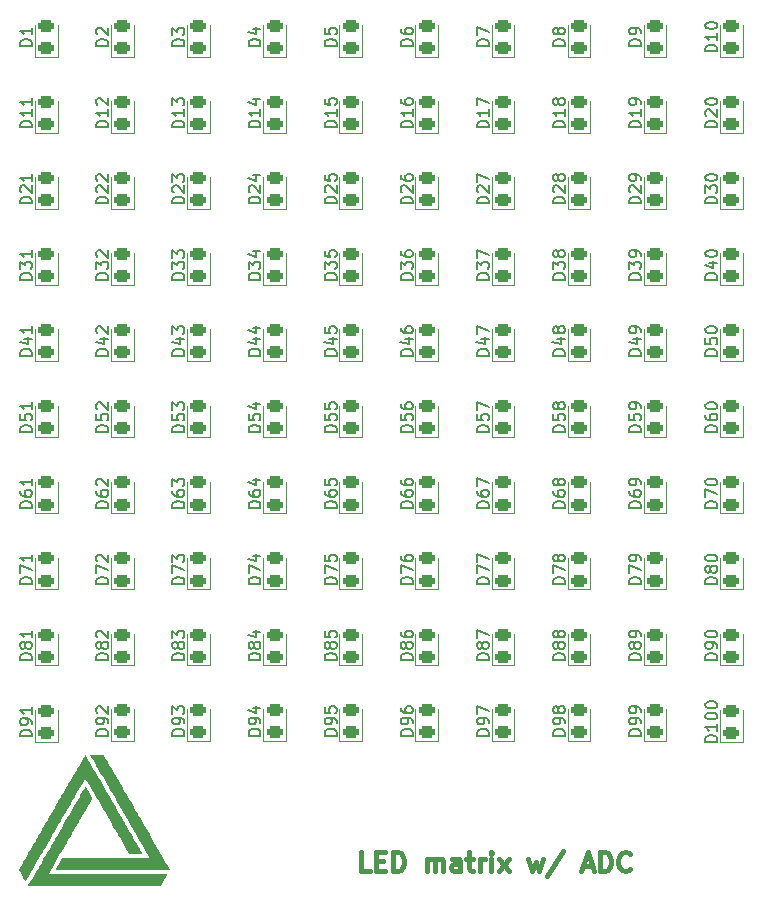
<source format=gto>
G04 #@! TF.GenerationSoftware,KiCad,Pcbnew,(5.99.0-10847-g28909c1a72)*
G04 #@! TF.CreationDate,2021-06-06T12:58:15+02:00*
G04 #@! TF.ProjectId,LED_array,4c45445f-6172-4726-9179-2e6b69636164,1*
G04 #@! TF.SameCoordinates,Original*
G04 #@! TF.FileFunction,Legend,Top*
G04 #@! TF.FilePolarity,Positive*
%FSLAX46Y46*%
G04 Gerber Fmt 4.6, Leading zero omitted, Abs format (unit mm)*
G04 Created by KiCad (PCBNEW (5.99.0-10847-g28909c1a72)) date 2021-06-06 12:58:15*
%MOMM*%
%LPD*%
G01*
G04 APERTURE LIST*
G04 Aperture macros list*
%AMRoundRect*
0 Rectangle with rounded corners*
0 $1 Rounding radius*
0 $2 $3 $4 $5 $6 $7 $8 $9 X,Y pos of 4 corners*
0 Add a 4 corners polygon primitive as box body*
4,1,4,$2,$3,$4,$5,$6,$7,$8,$9,$2,$3,0*
0 Add four circle primitives for the rounded corners*
1,1,$1+$1,$2,$3*
1,1,$1+$1,$4,$5*
1,1,$1+$1,$6,$7*
1,1,$1+$1,$8,$9*
0 Add four rect primitives between the rounded corners*
20,1,$1+$1,$2,$3,$4,$5,0*
20,1,$1+$1,$4,$5,$6,$7,0*
20,1,$1+$1,$6,$7,$8,$9,0*
20,1,$1+$1,$8,$9,$2,$3,0*%
G04 Aperture macros list end*
%ADD10C,0.400000*%
%ADD11C,0.150000*%
%ADD12C,0.120000*%
%ADD13RoundRect,0.243750X0.456250X-0.243750X0.456250X0.243750X-0.456250X0.243750X-0.456250X-0.243750X0*%
%ADD14C,2.000000*%
%ADD15O,1.600000X1.000000*%
%ADD16O,2.100000X1.000000*%
G04 APERTURE END LIST*
D10*
X133409523Y-126623809D02*
X132647619Y-126623809D01*
X132647619Y-125023809D01*
X133942857Y-125785714D02*
X134476190Y-125785714D01*
X134704761Y-126623809D02*
X133942857Y-126623809D01*
X133942857Y-125023809D01*
X134704761Y-125023809D01*
X135390476Y-126623809D02*
X135390476Y-125023809D01*
X135771428Y-125023809D01*
X136000000Y-125100000D01*
X136152380Y-125252380D01*
X136228571Y-125404761D01*
X136304761Y-125709523D01*
X136304761Y-125938095D01*
X136228571Y-126242857D01*
X136152380Y-126395238D01*
X136000000Y-126547619D01*
X135771428Y-126623809D01*
X135390476Y-126623809D01*
X138209523Y-126623809D02*
X138209523Y-125557142D01*
X138209523Y-125709523D02*
X138285714Y-125633333D01*
X138438095Y-125557142D01*
X138666666Y-125557142D01*
X138819047Y-125633333D01*
X138895238Y-125785714D01*
X138895238Y-126623809D01*
X138895238Y-125785714D02*
X138971428Y-125633333D01*
X139123809Y-125557142D01*
X139352380Y-125557142D01*
X139504761Y-125633333D01*
X139580952Y-125785714D01*
X139580952Y-126623809D01*
X141028571Y-126623809D02*
X141028571Y-125785714D01*
X140952380Y-125633333D01*
X140800000Y-125557142D01*
X140495238Y-125557142D01*
X140342857Y-125633333D01*
X141028571Y-126547619D02*
X140876190Y-126623809D01*
X140495238Y-126623809D01*
X140342857Y-126547619D01*
X140266666Y-126395238D01*
X140266666Y-126242857D01*
X140342857Y-126090476D01*
X140495238Y-126014285D01*
X140876190Y-126014285D01*
X141028571Y-125938095D01*
X141561904Y-125557142D02*
X142171428Y-125557142D01*
X141790476Y-125023809D02*
X141790476Y-126395238D01*
X141866666Y-126547619D01*
X142019047Y-126623809D01*
X142171428Y-126623809D01*
X142704761Y-126623809D02*
X142704761Y-125557142D01*
X142704761Y-125861904D02*
X142780952Y-125709523D01*
X142857142Y-125633333D01*
X143009523Y-125557142D01*
X143161904Y-125557142D01*
X143695238Y-126623809D02*
X143695238Y-125557142D01*
X143695238Y-125023809D02*
X143619047Y-125100000D01*
X143695238Y-125176190D01*
X143771428Y-125100000D01*
X143695238Y-125023809D01*
X143695238Y-125176190D01*
X144304761Y-126623809D02*
X145142857Y-125557142D01*
X144304761Y-125557142D02*
X145142857Y-126623809D01*
X146819047Y-125557142D02*
X147123809Y-126623809D01*
X147428571Y-125861904D01*
X147733333Y-126623809D01*
X148038095Y-125557142D01*
X149790476Y-124947619D02*
X148419047Y-127004761D01*
X151466666Y-126166666D02*
X152228571Y-126166666D01*
X151314285Y-126623809D02*
X151847619Y-125023809D01*
X152380952Y-126623809D01*
X152914285Y-126623809D02*
X152914285Y-125023809D01*
X153295238Y-125023809D01*
X153523809Y-125100000D01*
X153676190Y-125252380D01*
X153752380Y-125404761D01*
X153828571Y-125709523D01*
X153828571Y-125938095D01*
X153752380Y-126242857D01*
X153676190Y-126395238D01*
X153523809Y-126547619D01*
X153295238Y-126623809D01*
X152914285Y-126623809D01*
X155428571Y-126471428D02*
X155352380Y-126547619D01*
X155123809Y-126623809D01*
X154971428Y-126623809D01*
X154742857Y-126547619D01*
X154590476Y-126395238D01*
X154514285Y-126242857D01*
X154438095Y-125938095D01*
X154438095Y-125709523D01*
X154514285Y-125404761D01*
X154590476Y-125252380D01*
X154742857Y-125100000D01*
X154971428Y-125023809D01*
X155123809Y-125023809D01*
X155352380Y-125100000D01*
X155428571Y-125176190D01*
D11*
X137024600Y-56738095D02*
X136024600Y-56738095D01*
X136024600Y-56500000D01*
X136072220Y-56357142D01*
X136167458Y-56261904D01*
X136262696Y-56214285D01*
X136453172Y-56166666D01*
X136596029Y-56166666D01*
X136786505Y-56214285D01*
X136881743Y-56261904D01*
X136976981Y-56357142D01*
X137024600Y-56500000D01*
X137024600Y-56738095D01*
X136024600Y-55309523D02*
X136024600Y-55500000D01*
X136072220Y-55595238D01*
X136119839Y-55642857D01*
X136262696Y-55738095D01*
X136453172Y-55785714D01*
X136834124Y-55785714D01*
X136929362Y-55738095D01*
X136976981Y-55690476D01*
X137024600Y-55595238D01*
X137024600Y-55404761D01*
X136976981Y-55309523D01*
X136929362Y-55261904D01*
X136834124Y-55214285D01*
X136596029Y-55214285D01*
X136500791Y-55261904D01*
X136453172Y-55309523D01*
X136405553Y-55404761D01*
X136405553Y-55595238D01*
X136453172Y-55690476D01*
X136500791Y-55738095D01*
X136596029Y-55785714D01*
X111246824Y-82978173D02*
X110246824Y-82978173D01*
X110246824Y-82740078D01*
X110294444Y-82597221D01*
X110389682Y-82501983D01*
X110484920Y-82454364D01*
X110675396Y-82406745D01*
X110818253Y-82406745D01*
X111008729Y-82454364D01*
X111103967Y-82501983D01*
X111199205Y-82597221D01*
X111246824Y-82740078D01*
X111246824Y-82978173D01*
X110580158Y-81549602D02*
X111246824Y-81549602D01*
X110199205Y-81787697D02*
X110913491Y-82025792D01*
X110913491Y-81406745D01*
X110342063Y-81073411D02*
X110294444Y-81025792D01*
X110246824Y-80930554D01*
X110246824Y-80692459D01*
X110294444Y-80597221D01*
X110342063Y-80549602D01*
X110437301Y-80501983D01*
X110532539Y-80501983D01*
X110675396Y-80549602D01*
X111246824Y-81121030D01*
X111246824Y-80501983D01*
X143469044Y-70096229D02*
X142469044Y-70096229D01*
X142469044Y-69858134D01*
X142516664Y-69715277D01*
X142611902Y-69620039D01*
X142707140Y-69572420D01*
X142897616Y-69524801D01*
X143040473Y-69524801D01*
X143230949Y-69572420D01*
X143326187Y-69620039D01*
X143421425Y-69715277D01*
X143469044Y-69858134D01*
X143469044Y-70096229D01*
X142564283Y-69143848D02*
X142516664Y-69096229D01*
X142469044Y-69000991D01*
X142469044Y-68762896D01*
X142516664Y-68667658D01*
X142564283Y-68620039D01*
X142659521Y-68572420D01*
X142754759Y-68572420D01*
X142897616Y-68620039D01*
X143469044Y-69191467D01*
X143469044Y-68572420D01*
X142469044Y-68239086D02*
X142469044Y-67572420D01*
X143469044Y-68000991D01*
X156357932Y-63655257D02*
X155357932Y-63655257D01*
X155357932Y-63417162D01*
X155405552Y-63274305D01*
X155500790Y-63179067D01*
X155596028Y-63131448D01*
X155786504Y-63083829D01*
X155929361Y-63083829D01*
X156119837Y-63131448D01*
X156215075Y-63179067D01*
X156310313Y-63274305D01*
X156357932Y-63417162D01*
X156357932Y-63655257D01*
X156357932Y-62131448D02*
X156357932Y-62702876D01*
X156357932Y-62417162D02*
X155357932Y-62417162D01*
X155500790Y-62512400D01*
X155596028Y-62607638D01*
X155643647Y-62702876D01*
X156357932Y-61655257D02*
X156357932Y-61464781D01*
X156310313Y-61369543D01*
X156262694Y-61321924D01*
X156119837Y-61226686D01*
X155929361Y-61179067D01*
X155548409Y-61179067D01*
X155453171Y-61226686D01*
X155405552Y-61274305D01*
X155357932Y-61369543D01*
X155357932Y-61560019D01*
X155405552Y-61655257D01*
X155453171Y-61702876D01*
X155548409Y-61750495D01*
X155786504Y-61750495D01*
X155881742Y-61702876D01*
X155929361Y-61655257D01*
X155976980Y-61560019D01*
X155976980Y-61369543D01*
X155929361Y-61274305D01*
X155881742Y-61226686D01*
X155786504Y-61179067D01*
X137024600Y-70096229D02*
X136024600Y-70096229D01*
X136024600Y-69858134D01*
X136072220Y-69715277D01*
X136167458Y-69620039D01*
X136262696Y-69572420D01*
X136453172Y-69524801D01*
X136596029Y-69524801D01*
X136786505Y-69572420D01*
X136881743Y-69620039D01*
X136976981Y-69715277D01*
X137024600Y-69858134D01*
X137024600Y-70096229D01*
X136119839Y-69143848D02*
X136072220Y-69096229D01*
X136024600Y-69000991D01*
X136024600Y-68762896D01*
X136072220Y-68667658D01*
X136119839Y-68620039D01*
X136215077Y-68572420D01*
X136310315Y-68572420D01*
X136453172Y-68620039D01*
X137024600Y-69191467D01*
X137024600Y-68572420D01*
X136024600Y-67715277D02*
X136024600Y-67905753D01*
X136072220Y-68000991D01*
X136119839Y-68048610D01*
X136262696Y-68143848D01*
X136453172Y-68191467D01*
X136834124Y-68191467D01*
X136929362Y-68143848D01*
X136976981Y-68096229D01*
X137024600Y-68000991D01*
X137024600Y-67810515D01*
X136976981Y-67715277D01*
X136929362Y-67667658D01*
X136834124Y-67620039D01*
X136596029Y-67620039D01*
X136500791Y-67667658D01*
X136453172Y-67715277D01*
X136405553Y-67810515D01*
X136405553Y-68000991D01*
X136453172Y-68096229D01*
X136500791Y-68143848D01*
X136596029Y-68191467D01*
X124135712Y-95860117D02*
X123135712Y-95860117D01*
X123135712Y-95622022D01*
X123183332Y-95479165D01*
X123278570Y-95383927D01*
X123373808Y-95336308D01*
X123564284Y-95288689D01*
X123707141Y-95288689D01*
X123897617Y-95336308D01*
X123992855Y-95383927D01*
X124088093Y-95479165D01*
X124135712Y-95622022D01*
X124135712Y-95860117D01*
X123135712Y-94431546D02*
X123135712Y-94622022D01*
X123183332Y-94717260D01*
X123230951Y-94764879D01*
X123373808Y-94860117D01*
X123564284Y-94907736D01*
X123945236Y-94907736D01*
X124040474Y-94860117D01*
X124088093Y-94812498D01*
X124135712Y-94717260D01*
X124135712Y-94526784D01*
X124088093Y-94431546D01*
X124040474Y-94383927D01*
X123945236Y-94336308D01*
X123707141Y-94336308D01*
X123611903Y-94383927D01*
X123564284Y-94431546D01*
X123516665Y-94526784D01*
X123516665Y-94717260D01*
X123564284Y-94812498D01*
X123611903Y-94860117D01*
X123707141Y-94907736D01*
X123469046Y-93479165D02*
X124135712Y-93479165D01*
X123088093Y-93717260D02*
X123802379Y-93955355D01*
X123802379Y-93336308D01*
X143469044Y-63655257D02*
X142469044Y-63655257D01*
X142469044Y-63417162D01*
X142516664Y-63274305D01*
X142611902Y-63179067D01*
X142707140Y-63131448D01*
X142897616Y-63083829D01*
X143040473Y-63083829D01*
X143230949Y-63131448D01*
X143326187Y-63179067D01*
X143421425Y-63274305D01*
X143469044Y-63417162D01*
X143469044Y-63655257D01*
X143469044Y-62131448D02*
X143469044Y-62702876D01*
X143469044Y-62417162D02*
X142469044Y-62417162D01*
X142611902Y-62512400D01*
X142707140Y-62607638D01*
X142754759Y-62702876D01*
X142469044Y-61798114D02*
X142469044Y-61131448D01*
X143469044Y-61560019D01*
X137024600Y-102301089D02*
X136024600Y-102301089D01*
X136024600Y-102062994D01*
X136072220Y-101920137D01*
X136167458Y-101824899D01*
X136262696Y-101777280D01*
X136453172Y-101729661D01*
X136596029Y-101729661D01*
X136786505Y-101777280D01*
X136881743Y-101824899D01*
X136976981Y-101920137D01*
X137024600Y-102062994D01*
X137024600Y-102301089D01*
X136024600Y-101396327D02*
X136024600Y-100729661D01*
X137024600Y-101158232D01*
X136024600Y-99920137D02*
X136024600Y-100110613D01*
X136072220Y-100205851D01*
X136119839Y-100253470D01*
X136262696Y-100348708D01*
X136453172Y-100396327D01*
X136834124Y-100396327D01*
X136929362Y-100348708D01*
X136976981Y-100301089D01*
X137024600Y-100205851D01*
X137024600Y-100015375D01*
X136976981Y-99920137D01*
X136929362Y-99872518D01*
X136834124Y-99824899D01*
X136596029Y-99824899D01*
X136500791Y-99872518D01*
X136453172Y-99920137D01*
X136405553Y-100015375D01*
X136405553Y-100205851D01*
X136453172Y-100301089D01*
X136500791Y-100348708D01*
X136596029Y-100396327D01*
X143469044Y-76537201D02*
X142469044Y-76537201D01*
X142469044Y-76299106D01*
X142516664Y-76156249D01*
X142611902Y-76061011D01*
X142707140Y-76013392D01*
X142897616Y-75965773D01*
X143040473Y-75965773D01*
X143230949Y-76013392D01*
X143326187Y-76061011D01*
X143421425Y-76156249D01*
X143469044Y-76299106D01*
X143469044Y-76537201D01*
X142469044Y-75632439D02*
X142469044Y-75013392D01*
X142849997Y-75346725D01*
X142849997Y-75203868D01*
X142897616Y-75108630D01*
X142945235Y-75061011D01*
X143040473Y-75013392D01*
X143278568Y-75013392D01*
X143373806Y-75061011D01*
X143421425Y-75108630D01*
X143469044Y-75203868D01*
X143469044Y-75489582D01*
X143421425Y-75584820D01*
X143373806Y-75632439D01*
X142469044Y-74680058D02*
X142469044Y-74013392D01*
X143469044Y-74441963D01*
X162802380Y-76537201D02*
X161802380Y-76537201D01*
X161802380Y-76299106D01*
X161850000Y-76156249D01*
X161945238Y-76061011D01*
X162040476Y-76013392D01*
X162230952Y-75965773D01*
X162373809Y-75965773D01*
X162564285Y-76013392D01*
X162659523Y-76061011D01*
X162754761Y-76156249D01*
X162802380Y-76299106D01*
X162802380Y-76537201D01*
X162135714Y-75108630D02*
X162802380Y-75108630D01*
X161754761Y-75346725D02*
X162469047Y-75584820D01*
X162469047Y-74965773D01*
X161802380Y-74394344D02*
X161802380Y-74299106D01*
X161850000Y-74203868D01*
X161897619Y-74156249D01*
X161992857Y-74108630D01*
X162183333Y-74061011D01*
X162421428Y-74061011D01*
X162611904Y-74108630D01*
X162707142Y-74156249D01*
X162754761Y-74203868D01*
X162802380Y-74299106D01*
X162802380Y-74394344D01*
X162754761Y-74489582D01*
X162707142Y-74537201D01*
X162611904Y-74584820D01*
X162421428Y-74632439D01*
X162183333Y-74632439D01*
X161992857Y-74584820D01*
X161897619Y-74537201D01*
X161850000Y-74489582D01*
X161802380Y-74394344D01*
X124135712Y-108742061D02*
X123135712Y-108742061D01*
X123135712Y-108503966D01*
X123183332Y-108361109D01*
X123278570Y-108265871D01*
X123373808Y-108218252D01*
X123564284Y-108170633D01*
X123707141Y-108170633D01*
X123897617Y-108218252D01*
X123992855Y-108265871D01*
X124088093Y-108361109D01*
X124135712Y-108503966D01*
X124135712Y-108742061D01*
X123564284Y-107599204D02*
X123516665Y-107694442D01*
X123469046Y-107742061D01*
X123373808Y-107789680D01*
X123326189Y-107789680D01*
X123230951Y-107742061D01*
X123183332Y-107694442D01*
X123135712Y-107599204D01*
X123135712Y-107408728D01*
X123183332Y-107313490D01*
X123230951Y-107265871D01*
X123326189Y-107218252D01*
X123373808Y-107218252D01*
X123469046Y-107265871D01*
X123516665Y-107313490D01*
X123564284Y-107408728D01*
X123564284Y-107599204D01*
X123611903Y-107694442D01*
X123659522Y-107742061D01*
X123754760Y-107789680D01*
X123945236Y-107789680D01*
X124040474Y-107742061D01*
X124088093Y-107694442D01*
X124135712Y-107599204D01*
X124135712Y-107408728D01*
X124088093Y-107313490D01*
X124040474Y-107265871D01*
X123945236Y-107218252D01*
X123754760Y-107218252D01*
X123659522Y-107265871D01*
X123611903Y-107313490D01*
X123564284Y-107408728D01*
X123469046Y-106361109D02*
X124135712Y-106361109D01*
X123088093Y-106599204D02*
X123802379Y-106837299D01*
X123802379Y-106218252D01*
X117691268Y-76537201D02*
X116691268Y-76537201D01*
X116691268Y-76299106D01*
X116738888Y-76156249D01*
X116834126Y-76061011D01*
X116929364Y-76013392D01*
X117119840Y-75965773D01*
X117262697Y-75965773D01*
X117453173Y-76013392D01*
X117548411Y-76061011D01*
X117643649Y-76156249D01*
X117691268Y-76299106D01*
X117691268Y-76537201D01*
X116691268Y-75632439D02*
X116691268Y-75013392D01*
X117072221Y-75346725D01*
X117072221Y-75203868D01*
X117119840Y-75108630D01*
X117167459Y-75061011D01*
X117262697Y-75013392D01*
X117500792Y-75013392D01*
X117596030Y-75061011D01*
X117643649Y-75108630D01*
X117691268Y-75203868D01*
X117691268Y-75489582D01*
X117643649Y-75584820D01*
X117596030Y-75632439D01*
X116691268Y-74680058D02*
X116691268Y-74061011D01*
X117072221Y-74394344D01*
X117072221Y-74251487D01*
X117119840Y-74156249D01*
X117167459Y-74108630D01*
X117262697Y-74061011D01*
X117500792Y-74061011D01*
X117596030Y-74108630D01*
X117643649Y-74156249D01*
X117691268Y-74251487D01*
X117691268Y-74537201D01*
X117643649Y-74632439D01*
X117596030Y-74680058D01*
X124135712Y-82978173D02*
X123135712Y-82978173D01*
X123135712Y-82740078D01*
X123183332Y-82597221D01*
X123278570Y-82501983D01*
X123373808Y-82454364D01*
X123564284Y-82406745D01*
X123707141Y-82406745D01*
X123897617Y-82454364D01*
X123992855Y-82501983D01*
X124088093Y-82597221D01*
X124135712Y-82740078D01*
X124135712Y-82978173D01*
X123469046Y-81549602D02*
X124135712Y-81549602D01*
X123088093Y-81787697D02*
X123802379Y-82025792D01*
X123802379Y-81406745D01*
X123469046Y-80597221D02*
X124135712Y-80597221D01*
X123088093Y-80835316D02*
X123802379Y-81073411D01*
X123802379Y-80454364D01*
X130580156Y-82978173D02*
X129580156Y-82978173D01*
X129580156Y-82740078D01*
X129627776Y-82597221D01*
X129723014Y-82501983D01*
X129818252Y-82454364D01*
X130008728Y-82406745D01*
X130151585Y-82406745D01*
X130342061Y-82454364D01*
X130437299Y-82501983D01*
X130532537Y-82597221D01*
X130580156Y-82740078D01*
X130580156Y-82978173D01*
X129913490Y-81549602D02*
X130580156Y-81549602D01*
X129532537Y-81787697D02*
X130246823Y-82025792D01*
X130246823Y-81406745D01*
X129580156Y-80549602D02*
X129580156Y-81025792D01*
X130056347Y-81073411D01*
X130008728Y-81025792D01*
X129961109Y-80930554D01*
X129961109Y-80692459D01*
X130008728Y-80597221D01*
X130056347Y-80549602D01*
X130151585Y-80501983D01*
X130389680Y-80501983D01*
X130484918Y-80549602D01*
X130532537Y-80597221D01*
X130580156Y-80692459D01*
X130580156Y-80930554D01*
X130532537Y-81025792D01*
X130484918Y-81073411D01*
X162802380Y-57214285D02*
X161802380Y-57214285D01*
X161802380Y-56976190D01*
X161850000Y-56833333D01*
X161945238Y-56738095D01*
X162040476Y-56690476D01*
X162230952Y-56642857D01*
X162373809Y-56642857D01*
X162564285Y-56690476D01*
X162659523Y-56738095D01*
X162754761Y-56833333D01*
X162802380Y-56976190D01*
X162802380Y-57214285D01*
X162802380Y-55690476D02*
X162802380Y-56261904D01*
X162802380Y-55976190D02*
X161802380Y-55976190D01*
X161945238Y-56071428D01*
X162040476Y-56166666D01*
X162088095Y-56261904D01*
X161802380Y-55071428D02*
X161802380Y-54976190D01*
X161850000Y-54880952D01*
X161897619Y-54833333D01*
X161992857Y-54785714D01*
X162183333Y-54738095D01*
X162421428Y-54738095D01*
X162611904Y-54785714D01*
X162707142Y-54833333D01*
X162754761Y-54880952D01*
X162802380Y-54976190D01*
X162802380Y-55071428D01*
X162754761Y-55166666D01*
X162707142Y-55214285D01*
X162611904Y-55261904D01*
X162421428Y-55309523D01*
X162183333Y-55309523D01*
X161992857Y-55261904D01*
X161897619Y-55214285D01*
X161850000Y-55166666D01*
X161802380Y-55071428D01*
X124135712Y-56738095D02*
X123135712Y-56738095D01*
X123135712Y-56500000D01*
X123183332Y-56357142D01*
X123278570Y-56261904D01*
X123373808Y-56214285D01*
X123564284Y-56166666D01*
X123707141Y-56166666D01*
X123897617Y-56214285D01*
X123992855Y-56261904D01*
X124088093Y-56357142D01*
X124135712Y-56500000D01*
X124135712Y-56738095D01*
X123469046Y-55309523D02*
X124135712Y-55309523D01*
X123088093Y-55547619D02*
X123802379Y-55785714D01*
X123802379Y-55166666D01*
X130580156Y-95860117D02*
X129580156Y-95860117D01*
X129580156Y-95622022D01*
X129627776Y-95479165D01*
X129723014Y-95383927D01*
X129818252Y-95336308D01*
X130008728Y-95288689D01*
X130151585Y-95288689D01*
X130342061Y-95336308D01*
X130437299Y-95383927D01*
X130532537Y-95479165D01*
X130580156Y-95622022D01*
X130580156Y-95860117D01*
X129580156Y-94431546D02*
X129580156Y-94622022D01*
X129627776Y-94717260D01*
X129675395Y-94764879D01*
X129818252Y-94860117D01*
X130008728Y-94907736D01*
X130389680Y-94907736D01*
X130484918Y-94860117D01*
X130532537Y-94812498D01*
X130580156Y-94717260D01*
X130580156Y-94526784D01*
X130532537Y-94431546D01*
X130484918Y-94383927D01*
X130389680Y-94336308D01*
X130151585Y-94336308D01*
X130056347Y-94383927D01*
X130008728Y-94431546D01*
X129961109Y-94526784D01*
X129961109Y-94717260D01*
X130008728Y-94812498D01*
X130056347Y-94860117D01*
X130151585Y-94907736D01*
X129580156Y-93431546D02*
X129580156Y-93907736D01*
X130056347Y-93955355D01*
X130008728Y-93907736D01*
X129961109Y-93812498D01*
X129961109Y-93574403D01*
X130008728Y-93479165D01*
X130056347Y-93431546D01*
X130151585Y-93383927D01*
X130389680Y-93383927D01*
X130484918Y-93431546D01*
X130532537Y-93479165D01*
X130580156Y-93574403D01*
X130580156Y-93812498D01*
X130532537Y-93907736D01*
X130484918Y-93955355D01*
X149913488Y-95860117D02*
X148913488Y-95860117D01*
X148913488Y-95622022D01*
X148961108Y-95479165D01*
X149056346Y-95383927D01*
X149151584Y-95336308D01*
X149342060Y-95288689D01*
X149484917Y-95288689D01*
X149675393Y-95336308D01*
X149770631Y-95383927D01*
X149865869Y-95479165D01*
X149913488Y-95622022D01*
X149913488Y-95860117D01*
X148913488Y-94431546D02*
X148913488Y-94622022D01*
X148961108Y-94717260D01*
X149008727Y-94764879D01*
X149151584Y-94860117D01*
X149342060Y-94907736D01*
X149723012Y-94907736D01*
X149818250Y-94860117D01*
X149865869Y-94812498D01*
X149913488Y-94717260D01*
X149913488Y-94526784D01*
X149865869Y-94431546D01*
X149818250Y-94383927D01*
X149723012Y-94336308D01*
X149484917Y-94336308D01*
X149389679Y-94383927D01*
X149342060Y-94431546D01*
X149294441Y-94526784D01*
X149294441Y-94717260D01*
X149342060Y-94812498D01*
X149389679Y-94860117D01*
X149484917Y-94907736D01*
X149342060Y-93764879D02*
X149294441Y-93860117D01*
X149246822Y-93907736D01*
X149151584Y-93955355D01*
X149103965Y-93955355D01*
X149008727Y-93907736D01*
X148961108Y-93860117D01*
X148913488Y-93764879D01*
X148913488Y-93574403D01*
X148961108Y-93479165D01*
X149008727Y-93431546D01*
X149103965Y-93383927D01*
X149151584Y-93383927D01*
X149246822Y-93431546D01*
X149294441Y-93479165D01*
X149342060Y-93574403D01*
X149342060Y-93764879D01*
X149389679Y-93860117D01*
X149437298Y-93907736D01*
X149532536Y-93955355D01*
X149723012Y-93955355D01*
X149818250Y-93907736D01*
X149865869Y-93860117D01*
X149913488Y-93764879D01*
X149913488Y-93574403D01*
X149865869Y-93479165D01*
X149818250Y-93431546D01*
X149723012Y-93383927D01*
X149532536Y-93383927D01*
X149437298Y-93431546D01*
X149389679Y-93479165D01*
X149342060Y-93574403D01*
X104802380Y-89419145D02*
X103802380Y-89419145D01*
X103802380Y-89181050D01*
X103850000Y-89038193D01*
X103945238Y-88942955D01*
X104040476Y-88895336D01*
X104230952Y-88847717D01*
X104373809Y-88847717D01*
X104564285Y-88895336D01*
X104659523Y-88942955D01*
X104754761Y-89038193D01*
X104802380Y-89181050D01*
X104802380Y-89419145D01*
X103802380Y-87942955D02*
X103802380Y-88419145D01*
X104278571Y-88466764D01*
X104230952Y-88419145D01*
X104183333Y-88323907D01*
X104183333Y-88085812D01*
X104230952Y-87990574D01*
X104278571Y-87942955D01*
X104373809Y-87895336D01*
X104611904Y-87895336D01*
X104707142Y-87942955D01*
X104754761Y-87990574D01*
X104802380Y-88085812D01*
X104802380Y-88323907D01*
X104754761Y-88419145D01*
X104707142Y-88466764D01*
X104802380Y-86942955D02*
X104802380Y-87514383D01*
X104802380Y-87228669D02*
X103802380Y-87228669D01*
X103945238Y-87323907D01*
X104040476Y-87419145D01*
X104088095Y-87514383D01*
X104802380Y-63655257D02*
X103802380Y-63655257D01*
X103802380Y-63417162D01*
X103850000Y-63274305D01*
X103945238Y-63179067D01*
X104040476Y-63131448D01*
X104230952Y-63083829D01*
X104373809Y-63083829D01*
X104564285Y-63131448D01*
X104659523Y-63179067D01*
X104754761Y-63274305D01*
X104802380Y-63417162D01*
X104802380Y-63655257D01*
X104802380Y-62131448D02*
X104802380Y-62702876D01*
X104802380Y-62417162D02*
X103802380Y-62417162D01*
X103945238Y-62512400D01*
X104040476Y-62607638D01*
X104088095Y-62702876D01*
X104802380Y-61179067D02*
X104802380Y-61750495D01*
X104802380Y-61464781D02*
X103802380Y-61464781D01*
X103945238Y-61560019D01*
X104040476Y-61655257D01*
X104088095Y-61750495D01*
X130580156Y-70096229D02*
X129580156Y-70096229D01*
X129580156Y-69858134D01*
X129627776Y-69715277D01*
X129723014Y-69620039D01*
X129818252Y-69572420D01*
X130008728Y-69524801D01*
X130151585Y-69524801D01*
X130342061Y-69572420D01*
X130437299Y-69620039D01*
X130532537Y-69715277D01*
X130580156Y-69858134D01*
X130580156Y-70096229D01*
X129675395Y-69143848D02*
X129627776Y-69096229D01*
X129580156Y-69000991D01*
X129580156Y-68762896D01*
X129627776Y-68667658D01*
X129675395Y-68620039D01*
X129770633Y-68572420D01*
X129865871Y-68572420D01*
X130008728Y-68620039D01*
X130580156Y-69191467D01*
X130580156Y-68572420D01*
X129580156Y-67667658D02*
X129580156Y-68143848D01*
X130056347Y-68191467D01*
X130008728Y-68143848D01*
X129961109Y-68048610D01*
X129961109Y-67810515D01*
X130008728Y-67715277D01*
X130056347Y-67667658D01*
X130151585Y-67620039D01*
X130389680Y-67620039D01*
X130484918Y-67667658D01*
X130532537Y-67715277D01*
X130580156Y-67810515D01*
X130580156Y-68048610D01*
X130532537Y-68143848D01*
X130484918Y-68191467D01*
X143469044Y-102301089D02*
X142469044Y-102301089D01*
X142469044Y-102062994D01*
X142516664Y-101920137D01*
X142611902Y-101824899D01*
X142707140Y-101777280D01*
X142897616Y-101729661D01*
X143040473Y-101729661D01*
X143230949Y-101777280D01*
X143326187Y-101824899D01*
X143421425Y-101920137D01*
X143469044Y-102062994D01*
X143469044Y-102301089D01*
X142469044Y-101396327D02*
X142469044Y-100729661D01*
X143469044Y-101158232D01*
X142469044Y-100443946D02*
X142469044Y-99777280D01*
X143469044Y-100205851D01*
X162802380Y-70096229D02*
X161802380Y-70096229D01*
X161802380Y-69858134D01*
X161850000Y-69715277D01*
X161945238Y-69620039D01*
X162040476Y-69572420D01*
X162230952Y-69524801D01*
X162373809Y-69524801D01*
X162564285Y-69572420D01*
X162659523Y-69620039D01*
X162754761Y-69715277D01*
X162802380Y-69858134D01*
X162802380Y-70096229D01*
X161802380Y-69191467D02*
X161802380Y-68572420D01*
X162183333Y-68905753D01*
X162183333Y-68762896D01*
X162230952Y-68667658D01*
X162278571Y-68620039D01*
X162373809Y-68572420D01*
X162611904Y-68572420D01*
X162707142Y-68620039D01*
X162754761Y-68667658D01*
X162802380Y-68762896D01*
X162802380Y-69048610D01*
X162754761Y-69143848D01*
X162707142Y-69191467D01*
X161802380Y-67953372D02*
X161802380Y-67858134D01*
X161850000Y-67762896D01*
X161897619Y-67715277D01*
X161992857Y-67667658D01*
X162183333Y-67620039D01*
X162421428Y-67620039D01*
X162611904Y-67667658D01*
X162707142Y-67715277D01*
X162754761Y-67762896D01*
X162802380Y-67858134D01*
X162802380Y-67953372D01*
X162754761Y-68048610D01*
X162707142Y-68096229D01*
X162611904Y-68143848D01*
X162421428Y-68191467D01*
X162183333Y-68191467D01*
X161992857Y-68143848D01*
X161897619Y-68096229D01*
X161850000Y-68048610D01*
X161802380Y-67953372D01*
X156357932Y-70096229D02*
X155357932Y-70096229D01*
X155357932Y-69858134D01*
X155405552Y-69715277D01*
X155500790Y-69620039D01*
X155596028Y-69572420D01*
X155786504Y-69524801D01*
X155929361Y-69524801D01*
X156119837Y-69572420D01*
X156215075Y-69620039D01*
X156310313Y-69715277D01*
X156357932Y-69858134D01*
X156357932Y-70096229D01*
X155453171Y-69143848D02*
X155405552Y-69096229D01*
X155357932Y-69000991D01*
X155357932Y-68762896D01*
X155405552Y-68667658D01*
X155453171Y-68620039D01*
X155548409Y-68572420D01*
X155643647Y-68572420D01*
X155786504Y-68620039D01*
X156357932Y-69191467D01*
X156357932Y-68572420D01*
X156357932Y-68096229D02*
X156357932Y-67905753D01*
X156310313Y-67810515D01*
X156262694Y-67762896D01*
X156119837Y-67667658D01*
X155929361Y-67620039D01*
X155548409Y-67620039D01*
X155453171Y-67667658D01*
X155405552Y-67715277D01*
X155357932Y-67810515D01*
X155357932Y-68000991D01*
X155405552Y-68096229D01*
X155453171Y-68143848D01*
X155548409Y-68191467D01*
X155786504Y-68191467D01*
X155881742Y-68143848D01*
X155929361Y-68096229D01*
X155976980Y-68000991D01*
X155976980Y-67810515D01*
X155929361Y-67715277D01*
X155881742Y-67667658D01*
X155786504Y-67620039D01*
X104802380Y-108742061D02*
X103802380Y-108742061D01*
X103802380Y-108503966D01*
X103850000Y-108361109D01*
X103945238Y-108265871D01*
X104040476Y-108218252D01*
X104230952Y-108170633D01*
X104373809Y-108170633D01*
X104564285Y-108218252D01*
X104659523Y-108265871D01*
X104754761Y-108361109D01*
X104802380Y-108503966D01*
X104802380Y-108742061D01*
X104230952Y-107599204D02*
X104183333Y-107694442D01*
X104135714Y-107742061D01*
X104040476Y-107789680D01*
X103992857Y-107789680D01*
X103897619Y-107742061D01*
X103850000Y-107694442D01*
X103802380Y-107599204D01*
X103802380Y-107408728D01*
X103850000Y-107313490D01*
X103897619Y-107265871D01*
X103992857Y-107218252D01*
X104040476Y-107218252D01*
X104135714Y-107265871D01*
X104183333Y-107313490D01*
X104230952Y-107408728D01*
X104230952Y-107599204D01*
X104278571Y-107694442D01*
X104326190Y-107742061D01*
X104421428Y-107789680D01*
X104611904Y-107789680D01*
X104707142Y-107742061D01*
X104754761Y-107694442D01*
X104802380Y-107599204D01*
X104802380Y-107408728D01*
X104754761Y-107313490D01*
X104707142Y-107265871D01*
X104611904Y-107218252D01*
X104421428Y-107218252D01*
X104326190Y-107265871D01*
X104278571Y-107313490D01*
X104230952Y-107408728D01*
X104802380Y-106265871D02*
X104802380Y-106837299D01*
X104802380Y-106551585D02*
X103802380Y-106551585D01*
X103945238Y-106646823D01*
X104040476Y-106742061D01*
X104088095Y-106837299D01*
X124135712Y-76537201D02*
X123135712Y-76537201D01*
X123135712Y-76299106D01*
X123183332Y-76156249D01*
X123278570Y-76061011D01*
X123373808Y-76013392D01*
X123564284Y-75965773D01*
X123707141Y-75965773D01*
X123897617Y-76013392D01*
X123992855Y-76061011D01*
X124088093Y-76156249D01*
X124135712Y-76299106D01*
X124135712Y-76537201D01*
X123135712Y-75632439D02*
X123135712Y-75013392D01*
X123516665Y-75346725D01*
X123516665Y-75203868D01*
X123564284Y-75108630D01*
X123611903Y-75061011D01*
X123707141Y-75013392D01*
X123945236Y-75013392D01*
X124040474Y-75061011D01*
X124088093Y-75108630D01*
X124135712Y-75203868D01*
X124135712Y-75489582D01*
X124088093Y-75584820D01*
X124040474Y-75632439D01*
X123469046Y-74156249D02*
X124135712Y-74156249D01*
X123088093Y-74394344D02*
X123802379Y-74632439D01*
X123802379Y-74013392D01*
X149913488Y-76537201D02*
X148913488Y-76537201D01*
X148913488Y-76299106D01*
X148961108Y-76156249D01*
X149056346Y-76061011D01*
X149151584Y-76013392D01*
X149342060Y-75965773D01*
X149484917Y-75965773D01*
X149675393Y-76013392D01*
X149770631Y-76061011D01*
X149865869Y-76156249D01*
X149913488Y-76299106D01*
X149913488Y-76537201D01*
X148913488Y-75632439D02*
X148913488Y-75013392D01*
X149294441Y-75346725D01*
X149294441Y-75203868D01*
X149342060Y-75108630D01*
X149389679Y-75061011D01*
X149484917Y-75013392D01*
X149723012Y-75013392D01*
X149818250Y-75061011D01*
X149865869Y-75108630D01*
X149913488Y-75203868D01*
X149913488Y-75489582D01*
X149865869Y-75584820D01*
X149818250Y-75632439D01*
X149342060Y-74441963D02*
X149294441Y-74537201D01*
X149246822Y-74584820D01*
X149151584Y-74632439D01*
X149103965Y-74632439D01*
X149008727Y-74584820D01*
X148961108Y-74537201D01*
X148913488Y-74441963D01*
X148913488Y-74251487D01*
X148961108Y-74156249D01*
X149008727Y-74108630D01*
X149103965Y-74061011D01*
X149151584Y-74061011D01*
X149246822Y-74108630D01*
X149294441Y-74156249D01*
X149342060Y-74251487D01*
X149342060Y-74441963D01*
X149389679Y-74537201D01*
X149437298Y-74584820D01*
X149532536Y-74632439D01*
X149723012Y-74632439D01*
X149818250Y-74584820D01*
X149865869Y-74537201D01*
X149913488Y-74441963D01*
X149913488Y-74251487D01*
X149865869Y-74156249D01*
X149818250Y-74108630D01*
X149723012Y-74061011D01*
X149532536Y-74061011D01*
X149437298Y-74108630D01*
X149389679Y-74156249D01*
X149342060Y-74251487D01*
X156357932Y-89419145D02*
X155357932Y-89419145D01*
X155357932Y-89181050D01*
X155405552Y-89038193D01*
X155500790Y-88942955D01*
X155596028Y-88895336D01*
X155786504Y-88847717D01*
X155929361Y-88847717D01*
X156119837Y-88895336D01*
X156215075Y-88942955D01*
X156310313Y-89038193D01*
X156357932Y-89181050D01*
X156357932Y-89419145D01*
X155357932Y-87942955D02*
X155357932Y-88419145D01*
X155834123Y-88466764D01*
X155786504Y-88419145D01*
X155738885Y-88323907D01*
X155738885Y-88085812D01*
X155786504Y-87990574D01*
X155834123Y-87942955D01*
X155929361Y-87895336D01*
X156167456Y-87895336D01*
X156262694Y-87942955D01*
X156310313Y-87990574D01*
X156357932Y-88085812D01*
X156357932Y-88323907D01*
X156310313Y-88419145D01*
X156262694Y-88466764D01*
X156357932Y-87419145D02*
X156357932Y-87228669D01*
X156310313Y-87133431D01*
X156262694Y-87085812D01*
X156119837Y-86990574D01*
X155929361Y-86942955D01*
X155548409Y-86942955D01*
X155453171Y-86990574D01*
X155405552Y-87038193D01*
X155357932Y-87133431D01*
X155357932Y-87323907D01*
X155405552Y-87419145D01*
X155453171Y-87466764D01*
X155548409Y-87514383D01*
X155786504Y-87514383D01*
X155881742Y-87466764D01*
X155929361Y-87419145D01*
X155976980Y-87323907D01*
X155976980Y-87133431D01*
X155929361Y-87038193D01*
X155881742Y-86990574D01*
X155786504Y-86942955D01*
X143469044Y-108742061D02*
X142469044Y-108742061D01*
X142469044Y-108503966D01*
X142516664Y-108361109D01*
X142611902Y-108265871D01*
X142707140Y-108218252D01*
X142897616Y-108170633D01*
X143040473Y-108170633D01*
X143230949Y-108218252D01*
X143326187Y-108265871D01*
X143421425Y-108361109D01*
X143469044Y-108503966D01*
X143469044Y-108742061D01*
X142897616Y-107599204D02*
X142849997Y-107694442D01*
X142802378Y-107742061D01*
X142707140Y-107789680D01*
X142659521Y-107789680D01*
X142564283Y-107742061D01*
X142516664Y-107694442D01*
X142469044Y-107599204D01*
X142469044Y-107408728D01*
X142516664Y-107313490D01*
X142564283Y-107265871D01*
X142659521Y-107218252D01*
X142707140Y-107218252D01*
X142802378Y-107265871D01*
X142849997Y-107313490D01*
X142897616Y-107408728D01*
X142897616Y-107599204D01*
X142945235Y-107694442D01*
X142992854Y-107742061D01*
X143088092Y-107789680D01*
X143278568Y-107789680D01*
X143373806Y-107742061D01*
X143421425Y-107694442D01*
X143469044Y-107599204D01*
X143469044Y-107408728D01*
X143421425Y-107313490D01*
X143373806Y-107265871D01*
X143278568Y-107218252D01*
X143088092Y-107218252D01*
X142992854Y-107265871D01*
X142945235Y-107313490D01*
X142897616Y-107408728D01*
X142469044Y-106884918D02*
X142469044Y-106218252D01*
X143469044Y-106646823D01*
X149913488Y-82978173D02*
X148913488Y-82978173D01*
X148913488Y-82740078D01*
X148961108Y-82597221D01*
X149056346Y-82501983D01*
X149151584Y-82454364D01*
X149342060Y-82406745D01*
X149484917Y-82406745D01*
X149675393Y-82454364D01*
X149770631Y-82501983D01*
X149865869Y-82597221D01*
X149913488Y-82740078D01*
X149913488Y-82978173D01*
X149246822Y-81549602D02*
X149913488Y-81549602D01*
X148865869Y-81787697D02*
X149580155Y-82025792D01*
X149580155Y-81406745D01*
X149342060Y-80882935D02*
X149294441Y-80978173D01*
X149246822Y-81025792D01*
X149151584Y-81073411D01*
X149103965Y-81073411D01*
X149008727Y-81025792D01*
X148961108Y-80978173D01*
X148913488Y-80882935D01*
X148913488Y-80692459D01*
X148961108Y-80597221D01*
X149008727Y-80549602D01*
X149103965Y-80501983D01*
X149151584Y-80501983D01*
X149246822Y-80549602D01*
X149294441Y-80597221D01*
X149342060Y-80692459D01*
X149342060Y-80882935D01*
X149389679Y-80978173D01*
X149437298Y-81025792D01*
X149532536Y-81073411D01*
X149723012Y-81073411D01*
X149818250Y-81025792D01*
X149865869Y-80978173D01*
X149913488Y-80882935D01*
X149913488Y-80692459D01*
X149865869Y-80597221D01*
X149818250Y-80549602D01*
X149723012Y-80501983D01*
X149532536Y-80501983D01*
X149437298Y-80549602D01*
X149389679Y-80597221D01*
X149342060Y-80692459D01*
X111246824Y-102301089D02*
X110246824Y-102301089D01*
X110246824Y-102062994D01*
X110294444Y-101920137D01*
X110389682Y-101824899D01*
X110484920Y-101777280D01*
X110675396Y-101729661D01*
X110818253Y-101729661D01*
X111008729Y-101777280D01*
X111103967Y-101824899D01*
X111199205Y-101920137D01*
X111246824Y-102062994D01*
X111246824Y-102301089D01*
X110246824Y-101396327D02*
X110246824Y-100729661D01*
X111246824Y-101158232D01*
X110342063Y-100396327D02*
X110294444Y-100348708D01*
X110246824Y-100253470D01*
X110246824Y-100015375D01*
X110294444Y-99920137D01*
X110342063Y-99872518D01*
X110437301Y-99824899D01*
X110532539Y-99824899D01*
X110675396Y-99872518D01*
X111246824Y-100443946D01*
X111246824Y-99824899D01*
X149913488Y-108742061D02*
X148913488Y-108742061D01*
X148913488Y-108503966D01*
X148961108Y-108361109D01*
X149056346Y-108265871D01*
X149151584Y-108218252D01*
X149342060Y-108170633D01*
X149484917Y-108170633D01*
X149675393Y-108218252D01*
X149770631Y-108265871D01*
X149865869Y-108361109D01*
X149913488Y-108503966D01*
X149913488Y-108742061D01*
X149342060Y-107599204D02*
X149294441Y-107694442D01*
X149246822Y-107742061D01*
X149151584Y-107789680D01*
X149103965Y-107789680D01*
X149008727Y-107742061D01*
X148961108Y-107694442D01*
X148913488Y-107599204D01*
X148913488Y-107408728D01*
X148961108Y-107313490D01*
X149008727Y-107265871D01*
X149103965Y-107218252D01*
X149151584Y-107218252D01*
X149246822Y-107265871D01*
X149294441Y-107313490D01*
X149342060Y-107408728D01*
X149342060Y-107599204D01*
X149389679Y-107694442D01*
X149437298Y-107742061D01*
X149532536Y-107789680D01*
X149723012Y-107789680D01*
X149818250Y-107742061D01*
X149865869Y-107694442D01*
X149913488Y-107599204D01*
X149913488Y-107408728D01*
X149865869Y-107313490D01*
X149818250Y-107265871D01*
X149723012Y-107218252D01*
X149532536Y-107218252D01*
X149437298Y-107265871D01*
X149389679Y-107313490D01*
X149342060Y-107408728D01*
X149342060Y-106646823D02*
X149294441Y-106742061D01*
X149246822Y-106789680D01*
X149151584Y-106837299D01*
X149103965Y-106837299D01*
X149008727Y-106789680D01*
X148961108Y-106742061D01*
X148913488Y-106646823D01*
X148913488Y-106456347D01*
X148961108Y-106361109D01*
X149008727Y-106313490D01*
X149103965Y-106265871D01*
X149151584Y-106265871D01*
X149246822Y-106313490D01*
X149294441Y-106361109D01*
X149342060Y-106456347D01*
X149342060Y-106646823D01*
X149389679Y-106742061D01*
X149437298Y-106789680D01*
X149532536Y-106837299D01*
X149723012Y-106837299D01*
X149818250Y-106789680D01*
X149865869Y-106742061D01*
X149913488Y-106646823D01*
X149913488Y-106456347D01*
X149865869Y-106361109D01*
X149818250Y-106313490D01*
X149723012Y-106265871D01*
X149532536Y-106265871D01*
X149437298Y-106313490D01*
X149389679Y-106361109D01*
X149342060Y-106456347D01*
X117691268Y-89419145D02*
X116691268Y-89419145D01*
X116691268Y-89181050D01*
X116738888Y-89038193D01*
X116834126Y-88942955D01*
X116929364Y-88895336D01*
X117119840Y-88847717D01*
X117262697Y-88847717D01*
X117453173Y-88895336D01*
X117548411Y-88942955D01*
X117643649Y-89038193D01*
X117691268Y-89181050D01*
X117691268Y-89419145D01*
X116691268Y-87942955D02*
X116691268Y-88419145D01*
X117167459Y-88466764D01*
X117119840Y-88419145D01*
X117072221Y-88323907D01*
X117072221Y-88085812D01*
X117119840Y-87990574D01*
X117167459Y-87942955D01*
X117262697Y-87895336D01*
X117500792Y-87895336D01*
X117596030Y-87942955D01*
X117643649Y-87990574D01*
X117691268Y-88085812D01*
X117691268Y-88323907D01*
X117643649Y-88419145D01*
X117596030Y-88466764D01*
X116691268Y-87562002D02*
X116691268Y-86942955D01*
X117072221Y-87276288D01*
X117072221Y-87133431D01*
X117119840Y-87038193D01*
X117167459Y-86990574D01*
X117262697Y-86942955D01*
X117500792Y-86942955D01*
X117596030Y-86990574D01*
X117643649Y-87038193D01*
X117691268Y-87133431D01*
X117691268Y-87419145D01*
X117643649Y-87514383D01*
X117596030Y-87562002D01*
X117691268Y-102301089D02*
X116691268Y-102301089D01*
X116691268Y-102062994D01*
X116738888Y-101920137D01*
X116834126Y-101824899D01*
X116929364Y-101777280D01*
X117119840Y-101729661D01*
X117262697Y-101729661D01*
X117453173Y-101777280D01*
X117548411Y-101824899D01*
X117643649Y-101920137D01*
X117691268Y-102062994D01*
X117691268Y-102301089D01*
X116691268Y-101396327D02*
X116691268Y-100729661D01*
X117691268Y-101158232D01*
X116691268Y-100443946D02*
X116691268Y-99824899D01*
X117072221Y-100158232D01*
X117072221Y-100015375D01*
X117119840Y-99920137D01*
X117167459Y-99872518D01*
X117262697Y-99824899D01*
X117500792Y-99824899D01*
X117596030Y-99872518D01*
X117643649Y-99920137D01*
X117691268Y-100015375D01*
X117691268Y-100301089D01*
X117643649Y-100396327D01*
X117596030Y-100443946D01*
X111246824Y-70096229D02*
X110246824Y-70096229D01*
X110246824Y-69858134D01*
X110294444Y-69715277D01*
X110389682Y-69620039D01*
X110484920Y-69572420D01*
X110675396Y-69524801D01*
X110818253Y-69524801D01*
X111008729Y-69572420D01*
X111103967Y-69620039D01*
X111199205Y-69715277D01*
X111246824Y-69858134D01*
X111246824Y-70096229D01*
X110342063Y-69143848D02*
X110294444Y-69096229D01*
X110246824Y-69000991D01*
X110246824Y-68762896D01*
X110294444Y-68667658D01*
X110342063Y-68620039D01*
X110437301Y-68572420D01*
X110532539Y-68572420D01*
X110675396Y-68620039D01*
X111246824Y-69191467D01*
X111246824Y-68572420D01*
X110342063Y-68191467D02*
X110294444Y-68143848D01*
X110246824Y-68048610D01*
X110246824Y-67810515D01*
X110294444Y-67715277D01*
X110342063Y-67667658D01*
X110437301Y-67620039D01*
X110532539Y-67620039D01*
X110675396Y-67667658D01*
X111246824Y-68239086D01*
X111246824Y-67620039D01*
X156357932Y-76537201D02*
X155357932Y-76537201D01*
X155357932Y-76299106D01*
X155405552Y-76156249D01*
X155500790Y-76061011D01*
X155596028Y-76013392D01*
X155786504Y-75965773D01*
X155929361Y-75965773D01*
X156119837Y-76013392D01*
X156215075Y-76061011D01*
X156310313Y-76156249D01*
X156357932Y-76299106D01*
X156357932Y-76537201D01*
X155357932Y-75632439D02*
X155357932Y-75013392D01*
X155738885Y-75346725D01*
X155738885Y-75203868D01*
X155786504Y-75108630D01*
X155834123Y-75061011D01*
X155929361Y-75013392D01*
X156167456Y-75013392D01*
X156262694Y-75061011D01*
X156310313Y-75108630D01*
X156357932Y-75203868D01*
X156357932Y-75489582D01*
X156310313Y-75584820D01*
X156262694Y-75632439D01*
X156357932Y-74537201D02*
X156357932Y-74346725D01*
X156310313Y-74251487D01*
X156262694Y-74203868D01*
X156119837Y-74108630D01*
X155929361Y-74061011D01*
X155548409Y-74061011D01*
X155453171Y-74108630D01*
X155405552Y-74156249D01*
X155357932Y-74251487D01*
X155357932Y-74441963D01*
X155405552Y-74537201D01*
X155453171Y-74584820D01*
X155548409Y-74632439D01*
X155786504Y-74632439D01*
X155881742Y-74584820D01*
X155929361Y-74537201D01*
X155976980Y-74441963D01*
X155976980Y-74251487D01*
X155929361Y-74156249D01*
X155881742Y-74108630D01*
X155786504Y-74061011D01*
X137024600Y-82978173D02*
X136024600Y-82978173D01*
X136024600Y-82740078D01*
X136072220Y-82597221D01*
X136167458Y-82501983D01*
X136262696Y-82454364D01*
X136453172Y-82406745D01*
X136596029Y-82406745D01*
X136786505Y-82454364D01*
X136881743Y-82501983D01*
X136976981Y-82597221D01*
X137024600Y-82740078D01*
X137024600Y-82978173D01*
X136357934Y-81549602D02*
X137024600Y-81549602D01*
X135976981Y-81787697D02*
X136691267Y-82025792D01*
X136691267Y-81406745D01*
X136024600Y-80597221D02*
X136024600Y-80787697D01*
X136072220Y-80882935D01*
X136119839Y-80930554D01*
X136262696Y-81025792D01*
X136453172Y-81073411D01*
X136834124Y-81073411D01*
X136929362Y-81025792D01*
X136976981Y-80978173D01*
X137024600Y-80882935D01*
X137024600Y-80692459D01*
X136976981Y-80597221D01*
X136929362Y-80549602D01*
X136834124Y-80501983D01*
X136596029Y-80501983D01*
X136500791Y-80549602D01*
X136453172Y-80597221D01*
X136405553Y-80692459D01*
X136405553Y-80882935D01*
X136453172Y-80978173D01*
X136500791Y-81025792D01*
X136596029Y-81073411D01*
X117691268Y-108742061D02*
X116691268Y-108742061D01*
X116691268Y-108503966D01*
X116738888Y-108361109D01*
X116834126Y-108265871D01*
X116929364Y-108218252D01*
X117119840Y-108170633D01*
X117262697Y-108170633D01*
X117453173Y-108218252D01*
X117548411Y-108265871D01*
X117643649Y-108361109D01*
X117691268Y-108503966D01*
X117691268Y-108742061D01*
X117119840Y-107599204D02*
X117072221Y-107694442D01*
X117024602Y-107742061D01*
X116929364Y-107789680D01*
X116881745Y-107789680D01*
X116786507Y-107742061D01*
X116738888Y-107694442D01*
X116691268Y-107599204D01*
X116691268Y-107408728D01*
X116738888Y-107313490D01*
X116786507Y-107265871D01*
X116881745Y-107218252D01*
X116929364Y-107218252D01*
X117024602Y-107265871D01*
X117072221Y-107313490D01*
X117119840Y-107408728D01*
X117119840Y-107599204D01*
X117167459Y-107694442D01*
X117215078Y-107742061D01*
X117310316Y-107789680D01*
X117500792Y-107789680D01*
X117596030Y-107742061D01*
X117643649Y-107694442D01*
X117691268Y-107599204D01*
X117691268Y-107408728D01*
X117643649Y-107313490D01*
X117596030Y-107265871D01*
X117500792Y-107218252D01*
X117310316Y-107218252D01*
X117215078Y-107265871D01*
X117167459Y-107313490D01*
X117119840Y-107408728D01*
X116691268Y-106884918D02*
X116691268Y-106265871D01*
X117072221Y-106599204D01*
X117072221Y-106456347D01*
X117119840Y-106361109D01*
X117167459Y-106313490D01*
X117262697Y-106265871D01*
X117500792Y-106265871D01*
X117596030Y-106313490D01*
X117643649Y-106361109D01*
X117691268Y-106456347D01*
X117691268Y-106742061D01*
X117643649Y-106837299D01*
X117596030Y-106884918D01*
X137024600Y-89419145D02*
X136024600Y-89419145D01*
X136024600Y-89181050D01*
X136072220Y-89038193D01*
X136167458Y-88942955D01*
X136262696Y-88895336D01*
X136453172Y-88847717D01*
X136596029Y-88847717D01*
X136786505Y-88895336D01*
X136881743Y-88942955D01*
X136976981Y-89038193D01*
X137024600Y-89181050D01*
X137024600Y-89419145D01*
X136024600Y-87942955D02*
X136024600Y-88419145D01*
X136500791Y-88466764D01*
X136453172Y-88419145D01*
X136405553Y-88323907D01*
X136405553Y-88085812D01*
X136453172Y-87990574D01*
X136500791Y-87942955D01*
X136596029Y-87895336D01*
X136834124Y-87895336D01*
X136929362Y-87942955D01*
X136976981Y-87990574D01*
X137024600Y-88085812D01*
X137024600Y-88323907D01*
X136976981Y-88419145D01*
X136929362Y-88466764D01*
X136024600Y-87038193D02*
X136024600Y-87228669D01*
X136072220Y-87323907D01*
X136119839Y-87371526D01*
X136262696Y-87466764D01*
X136453172Y-87514383D01*
X136834124Y-87514383D01*
X136929362Y-87466764D01*
X136976981Y-87419145D01*
X137024600Y-87323907D01*
X137024600Y-87133431D01*
X136976981Y-87038193D01*
X136929362Y-86990574D01*
X136834124Y-86942955D01*
X136596029Y-86942955D01*
X136500791Y-86990574D01*
X136453172Y-87038193D01*
X136405553Y-87133431D01*
X136405553Y-87323907D01*
X136453172Y-87419145D01*
X136500791Y-87466764D01*
X136596029Y-87514383D01*
X124135712Y-63655257D02*
X123135712Y-63655257D01*
X123135712Y-63417162D01*
X123183332Y-63274305D01*
X123278570Y-63179067D01*
X123373808Y-63131448D01*
X123564284Y-63083829D01*
X123707141Y-63083829D01*
X123897617Y-63131448D01*
X123992855Y-63179067D01*
X124088093Y-63274305D01*
X124135712Y-63417162D01*
X124135712Y-63655257D01*
X124135712Y-62131448D02*
X124135712Y-62702876D01*
X124135712Y-62417162D02*
X123135712Y-62417162D01*
X123278570Y-62512400D01*
X123373808Y-62607638D01*
X123421427Y-62702876D01*
X123469046Y-61274305D02*
X124135712Y-61274305D01*
X123088093Y-61512400D02*
X123802379Y-61750495D01*
X123802379Y-61131448D01*
X149913488Y-115151783D02*
X148913488Y-115151783D01*
X148913488Y-114913688D01*
X148961108Y-114770831D01*
X149056346Y-114675593D01*
X149151584Y-114627974D01*
X149342060Y-114580355D01*
X149484917Y-114580355D01*
X149675393Y-114627974D01*
X149770631Y-114675593D01*
X149865869Y-114770831D01*
X149913488Y-114913688D01*
X149913488Y-115151783D01*
X149913488Y-114104164D02*
X149913488Y-113913688D01*
X149865869Y-113818450D01*
X149818250Y-113770831D01*
X149675393Y-113675593D01*
X149484917Y-113627974D01*
X149103965Y-113627974D01*
X149008727Y-113675593D01*
X148961108Y-113723212D01*
X148913488Y-113818450D01*
X148913488Y-114008926D01*
X148961108Y-114104164D01*
X149008727Y-114151783D01*
X149103965Y-114199402D01*
X149342060Y-114199402D01*
X149437298Y-114151783D01*
X149484917Y-114104164D01*
X149532536Y-114008926D01*
X149532536Y-113818450D01*
X149484917Y-113723212D01*
X149437298Y-113675593D01*
X149342060Y-113627974D01*
X149342060Y-113056545D02*
X149294441Y-113151783D01*
X149246822Y-113199402D01*
X149151584Y-113247021D01*
X149103965Y-113247021D01*
X149008727Y-113199402D01*
X148961108Y-113151783D01*
X148913488Y-113056545D01*
X148913488Y-112866069D01*
X148961108Y-112770831D01*
X149008727Y-112723212D01*
X149103965Y-112675593D01*
X149151584Y-112675593D01*
X149246822Y-112723212D01*
X149294441Y-112770831D01*
X149342060Y-112866069D01*
X149342060Y-113056545D01*
X149389679Y-113151783D01*
X149437298Y-113199402D01*
X149532536Y-113247021D01*
X149723012Y-113247021D01*
X149818250Y-113199402D01*
X149865869Y-113151783D01*
X149913488Y-113056545D01*
X149913488Y-112866069D01*
X149865869Y-112770831D01*
X149818250Y-112723212D01*
X149723012Y-112675593D01*
X149532536Y-112675593D01*
X149437298Y-112723212D01*
X149389679Y-112770831D01*
X149342060Y-112866069D01*
X162802380Y-115690474D02*
X161802380Y-115690474D01*
X161802380Y-115452378D01*
X161850000Y-115309521D01*
X161945238Y-115214283D01*
X162040476Y-115166664D01*
X162230952Y-115119045D01*
X162373809Y-115119045D01*
X162564285Y-115166664D01*
X162659523Y-115214283D01*
X162754761Y-115309521D01*
X162802380Y-115452378D01*
X162802380Y-115690474D01*
X162802380Y-114166664D02*
X162802380Y-114738093D01*
X162802380Y-114452378D02*
X161802380Y-114452378D01*
X161945238Y-114547617D01*
X162040476Y-114642855D01*
X162088095Y-114738093D01*
X161802380Y-113547617D02*
X161802380Y-113452378D01*
X161850000Y-113357140D01*
X161897619Y-113309521D01*
X161992857Y-113261902D01*
X162183333Y-113214283D01*
X162421428Y-113214283D01*
X162611904Y-113261902D01*
X162707142Y-113309521D01*
X162754761Y-113357140D01*
X162802380Y-113452378D01*
X162802380Y-113547617D01*
X162754761Y-113642855D01*
X162707142Y-113690474D01*
X162611904Y-113738093D01*
X162421428Y-113785712D01*
X162183333Y-113785712D01*
X161992857Y-113738093D01*
X161897619Y-113690474D01*
X161850000Y-113642855D01*
X161802380Y-113547617D01*
X161802380Y-112595236D02*
X161802380Y-112499998D01*
X161850000Y-112404759D01*
X161897619Y-112357140D01*
X161992857Y-112309521D01*
X162183333Y-112261902D01*
X162421428Y-112261902D01*
X162611904Y-112309521D01*
X162707142Y-112357140D01*
X162754761Y-112404759D01*
X162802380Y-112499998D01*
X162802380Y-112595236D01*
X162754761Y-112690474D01*
X162707142Y-112738093D01*
X162611904Y-112785712D01*
X162421428Y-112833331D01*
X162183333Y-112833331D01*
X161992857Y-112785712D01*
X161897619Y-112738093D01*
X161850000Y-112690474D01*
X161802380Y-112595236D01*
X130580156Y-56738095D02*
X129580156Y-56738095D01*
X129580156Y-56500000D01*
X129627776Y-56357142D01*
X129723014Y-56261904D01*
X129818252Y-56214285D01*
X130008728Y-56166666D01*
X130151585Y-56166666D01*
X130342061Y-56214285D01*
X130437299Y-56261904D01*
X130532537Y-56357142D01*
X130580156Y-56500000D01*
X130580156Y-56738095D01*
X129580156Y-55261904D02*
X129580156Y-55738095D01*
X130056347Y-55785714D01*
X130008728Y-55738095D01*
X129961109Y-55642857D01*
X129961109Y-55404761D01*
X130008728Y-55309523D01*
X130056347Y-55261904D01*
X130151585Y-55214285D01*
X130389680Y-55214285D01*
X130484918Y-55261904D01*
X130532537Y-55309523D01*
X130580156Y-55404761D01*
X130580156Y-55642857D01*
X130532537Y-55738095D01*
X130484918Y-55785714D01*
X130580156Y-108742061D02*
X129580156Y-108742061D01*
X129580156Y-108503966D01*
X129627776Y-108361109D01*
X129723014Y-108265871D01*
X129818252Y-108218252D01*
X130008728Y-108170633D01*
X130151585Y-108170633D01*
X130342061Y-108218252D01*
X130437299Y-108265871D01*
X130532537Y-108361109D01*
X130580156Y-108503966D01*
X130580156Y-108742061D01*
X130008728Y-107599204D02*
X129961109Y-107694442D01*
X129913490Y-107742061D01*
X129818252Y-107789680D01*
X129770633Y-107789680D01*
X129675395Y-107742061D01*
X129627776Y-107694442D01*
X129580156Y-107599204D01*
X129580156Y-107408728D01*
X129627776Y-107313490D01*
X129675395Y-107265871D01*
X129770633Y-107218252D01*
X129818252Y-107218252D01*
X129913490Y-107265871D01*
X129961109Y-107313490D01*
X130008728Y-107408728D01*
X130008728Y-107599204D01*
X130056347Y-107694442D01*
X130103966Y-107742061D01*
X130199204Y-107789680D01*
X130389680Y-107789680D01*
X130484918Y-107742061D01*
X130532537Y-107694442D01*
X130580156Y-107599204D01*
X130580156Y-107408728D01*
X130532537Y-107313490D01*
X130484918Y-107265871D01*
X130389680Y-107218252D01*
X130199204Y-107218252D01*
X130103966Y-107265871D01*
X130056347Y-107313490D01*
X130008728Y-107408728D01*
X129580156Y-106313490D02*
X129580156Y-106789680D01*
X130056347Y-106837299D01*
X130008728Y-106789680D01*
X129961109Y-106694442D01*
X129961109Y-106456347D01*
X130008728Y-106361109D01*
X130056347Y-106313490D01*
X130151585Y-106265871D01*
X130389680Y-106265871D01*
X130484918Y-106313490D01*
X130532537Y-106361109D01*
X130580156Y-106456347D01*
X130580156Y-106694442D01*
X130532537Y-106789680D01*
X130484918Y-106837299D01*
X143469044Y-89419145D02*
X142469044Y-89419145D01*
X142469044Y-89181050D01*
X142516664Y-89038193D01*
X142611902Y-88942955D01*
X142707140Y-88895336D01*
X142897616Y-88847717D01*
X143040473Y-88847717D01*
X143230949Y-88895336D01*
X143326187Y-88942955D01*
X143421425Y-89038193D01*
X143469044Y-89181050D01*
X143469044Y-89419145D01*
X142469044Y-87942955D02*
X142469044Y-88419145D01*
X142945235Y-88466764D01*
X142897616Y-88419145D01*
X142849997Y-88323907D01*
X142849997Y-88085812D01*
X142897616Y-87990574D01*
X142945235Y-87942955D01*
X143040473Y-87895336D01*
X143278568Y-87895336D01*
X143373806Y-87942955D01*
X143421425Y-87990574D01*
X143469044Y-88085812D01*
X143469044Y-88323907D01*
X143421425Y-88419145D01*
X143373806Y-88466764D01*
X142469044Y-87562002D02*
X142469044Y-86895336D01*
X143469044Y-87323907D01*
X130580156Y-76537201D02*
X129580156Y-76537201D01*
X129580156Y-76299106D01*
X129627776Y-76156249D01*
X129723014Y-76061011D01*
X129818252Y-76013392D01*
X130008728Y-75965773D01*
X130151585Y-75965773D01*
X130342061Y-76013392D01*
X130437299Y-76061011D01*
X130532537Y-76156249D01*
X130580156Y-76299106D01*
X130580156Y-76537201D01*
X129580156Y-75632439D02*
X129580156Y-75013392D01*
X129961109Y-75346725D01*
X129961109Y-75203868D01*
X130008728Y-75108630D01*
X130056347Y-75061011D01*
X130151585Y-75013392D01*
X130389680Y-75013392D01*
X130484918Y-75061011D01*
X130532537Y-75108630D01*
X130580156Y-75203868D01*
X130580156Y-75489582D01*
X130532537Y-75584820D01*
X130484918Y-75632439D01*
X129580156Y-74108630D02*
X129580156Y-74584820D01*
X130056347Y-74632439D01*
X130008728Y-74584820D01*
X129961109Y-74489582D01*
X129961109Y-74251487D01*
X130008728Y-74156249D01*
X130056347Y-74108630D01*
X130151585Y-74061011D01*
X130389680Y-74061011D01*
X130484918Y-74108630D01*
X130532537Y-74156249D01*
X130580156Y-74251487D01*
X130580156Y-74489582D01*
X130532537Y-74584820D01*
X130484918Y-74632439D01*
X156357932Y-115151783D02*
X155357932Y-115151783D01*
X155357932Y-114913688D01*
X155405552Y-114770831D01*
X155500790Y-114675593D01*
X155596028Y-114627974D01*
X155786504Y-114580355D01*
X155929361Y-114580355D01*
X156119837Y-114627974D01*
X156215075Y-114675593D01*
X156310313Y-114770831D01*
X156357932Y-114913688D01*
X156357932Y-115151783D01*
X156357932Y-114104164D02*
X156357932Y-113913688D01*
X156310313Y-113818450D01*
X156262694Y-113770831D01*
X156119837Y-113675593D01*
X155929361Y-113627974D01*
X155548409Y-113627974D01*
X155453171Y-113675593D01*
X155405552Y-113723212D01*
X155357932Y-113818450D01*
X155357932Y-114008926D01*
X155405552Y-114104164D01*
X155453171Y-114151783D01*
X155548409Y-114199402D01*
X155786504Y-114199402D01*
X155881742Y-114151783D01*
X155929361Y-114104164D01*
X155976980Y-114008926D01*
X155976980Y-113818450D01*
X155929361Y-113723212D01*
X155881742Y-113675593D01*
X155786504Y-113627974D01*
X156357932Y-113151783D02*
X156357932Y-112961307D01*
X156310313Y-112866069D01*
X156262694Y-112818450D01*
X156119837Y-112723212D01*
X155929361Y-112675593D01*
X155548409Y-112675593D01*
X155453171Y-112723212D01*
X155405552Y-112770831D01*
X155357932Y-112866069D01*
X155357932Y-113056545D01*
X155405552Y-113151783D01*
X155453171Y-113199402D01*
X155548409Y-113247021D01*
X155786504Y-113247021D01*
X155881742Y-113199402D01*
X155929361Y-113151783D01*
X155976980Y-113056545D01*
X155976980Y-112866069D01*
X155929361Y-112770831D01*
X155881742Y-112723212D01*
X155786504Y-112675593D01*
X124135712Y-89419145D02*
X123135712Y-89419145D01*
X123135712Y-89181050D01*
X123183332Y-89038193D01*
X123278570Y-88942955D01*
X123373808Y-88895336D01*
X123564284Y-88847717D01*
X123707141Y-88847717D01*
X123897617Y-88895336D01*
X123992855Y-88942955D01*
X124088093Y-89038193D01*
X124135712Y-89181050D01*
X124135712Y-89419145D01*
X123135712Y-87942955D02*
X123135712Y-88419145D01*
X123611903Y-88466764D01*
X123564284Y-88419145D01*
X123516665Y-88323907D01*
X123516665Y-88085812D01*
X123564284Y-87990574D01*
X123611903Y-87942955D01*
X123707141Y-87895336D01*
X123945236Y-87895336D01*
X124040474Y-87942955D01*
X124088093Y-87990574D01*
X124135712Y-88085812D01*
X124135712Y-88323907D01*
X124088093Y-88419145D01*
X124040474Y-88466764D01*
X123469046Y-87038193D02*
X124135712Y-87038193D01*
X123088093Y-87276288D02*
X123802379Y-87514383D01*
X123802379Y-86895336D01*
X156357932Y-82978173D02*
X155357932Y-82978173D01*
X155357932Y-82740078D01*
X155405552Y-82597221D01*
X155500790Y-82501983D01*
X155596028Y-82454364D01*
X155786504Y-82406745D01*
X155929361Y-82406745D01*
X156119837Y-82454364D01*
X156215075Y-82501983D01*
X156310313Y-82597221D01*
X156357932Y-82740078D01*
X156357932Y-82978173D01*
X155691266Y-81549602D02*
X156357932Y-81549602D01*
X155310313Y-81787697D02*
X156024599Y-82025792D01*
X156024599Y-81406745D01*
X156357932Y-80978173D02*
X156357932Y-80787697D01*
X156310313Y-80692459D01*
X156262694Y-80644840D01*
X156119837Y-80549602D01*
X155929361Y-80501983D01*
X155548409Y-80501983D01*
X155453171Y-80549602D01*
X155405552Y-80597221D01*
X155357932Y-80692459D01*
X155357932Y-80882935D01*
X155405552Y-80978173D01*
X155453171Y-81025792D01*
X155548409Y-81073411D01*
X155786504Y-81073411D01*
X155881742Y-81025792D01*
X155929361Y-80978173D01*
X155976980Y-80882935D01*
X155976980Y-80692459D01*
X155929361Y-80597221D01*
X155881742Y-80549602D01*
X155786504Y-80501983D01*
X130580156Y-102301089D02*
X129580156Y-102301089D01*
X129580156Y-102062994D01*
X129627776Y-101920137D01*
X129723014Y-101824899D01*
X129818252Y-101777280D01*
X130008728Y-101729661D01*
X130151585Y-101729661D01*
X130342061Y-101777280D01*
X130437299Y-101824899D01*
X130532537Y-101920137D01*
X130580156Y-102062994D01*
X130580156Y-102301089D01*
X129580156Y-101396327D02*
X129580156Y-100729661D01*
X130580156Y-101158232D01*
X129580156Y-99872518D02*
X129580156Y-100348708D01*
X130056347Y-100396327D01*
X130008728Y-100348708D01*
X129961109Y-100253470D01*
X129961109Y-100015375D01*
X130008728Y-99920137D01*
X130056347Y-99872518D01*
X130151585Y-99824899D01*
X130389680Y-99824899D01*
X130484918Y-99872518D01*
X130532537Y-99920137D01*
X130580156Y-100015375D01*
X130580156Y-100253470D01*
X130532537Y-100348708D01*
X130484918Y-100396327D01*
X117691268Y-82978173D02*
X116691268Y-82978173D01*
X116691268Y-82740078D01*
X116738888Y-82597221D01*
X116834126Y-82501983D01*
X116929364Y-82454364D01*
X117119840Y-82406745D01*
X117262697Y-82406745D01*
X117453173Y-82454364D01*
X117548411Y-82501983D01*
X117643649Y-82597221D01*
X117691268Y-82740078D01*
X117691268Y-82978173D01*
X117024602Y-81549602D02*
X117691268Y-81549602D01*
X116643649Y-81787697D02*
X117357935Y-82025792D01*
X117357935Y-81406745D01*
X116691268Y-81121030D02*
X116691268Y-80501983D01*
X117072221Y-80835316D01*
X117072221Y-80692459D01*
X117119840Y-80597221D01*
X117167459Y-80549602D01*
X117262697Y-80501983D01*
X117500792Y-80501983D01*
X117596030Y-80549602D01*
X117643649Y-80597221D01*
X117691268Y-80692459D01*
X117691268Y-80978173D01*
X117643649Y-81073411D01*
X117596030Y-81121030D01*
X162802380Y-108742061D02*
X161802380Y-108742061D01*
X161802380Y-108503966D01*
X161850000Y-108361109D01*
X161945238Y-108265871D01*
X162040476Y-108218252D01*
X162230952Y-108170633D01*
X162373809Y-108170633D01*
X162564285Y-108218252D01*
X162659523Y-108265871D01*
X162754761Y-108361109D01*
X162802380Y-108503966D01*
X162802380Y-108742061D01*
X162802380Y-107694442D02*
X162802380Y-107503966D01*
X162754761Y-107408728D01*
X162707142Y-107361109D01*
X162564285Y-107265871D01*
X162373809Y-107218252D01*
X161992857Y-107218252D01*
X161897619Y-107265871D01*
X161850000Y-107313490D01*
X161802380Y-107408728D01*
X161802380Y-107599204D01*
X161850000Y-107694442D01*
X161897619Y-107742061D01*
X161992857Y-107789680D01*
X162230952Y-107789680D01*
X162326190Y-107742061D01*
X162373809Y-107694442D01*
X162421428Y-107599204D01*
X162421428Y-107408728D01*
X162373809Y-107313490D01*
X162326190Y-107265871D01*
X162230952Y-107218252D01*
X161802380Y-106599204D02*
X161802380Y-106503966D01*
X161850000Y-106408728D01*
X161897619Y-106361109D01*
X161992857Y-106313490D01*
X162183333Y-106265871D01*
X162421428Y-106265871D01*
X162611904Y-106313490D01*
X162707142Y-106361109D01*
X162754761Y-106408728D01*
X162802380Y-106503966D01*
X162802380Y-106599204D01*
X162754761Y-106694442D01*
X162707142Y-106742061D01*
X162611904Y-106789680D01*
X162421428Y-106837299D01*
X162183333Y-106837299D01*
X161992857Y-106789680D01*
X161897619Y-106742061D01*
X161850000Y-106694442D01*
X161802380Y-106599204D01*
X162802380Y-102301089D02*
X161802380Y-102301089D01*
X161802380Y-102062994D01*
X161850000Y-101920137D01*
X161945238Y-101824899D01*
X162040476Y-101777280D01*
X162230952Y-101729661D01*
X162373809Y-101729661D01*
X162564285Y-101777280D01*
X162659523Y-101824899D01*
X162754761Y-101920137D01*
X162802380Y-102062994D01*
X162802380Y-102301089D01*
X162230952Y-101158232D02*
X162183333Y-101253470D01*
X162135714Y-101301089D01*
X162040476Y-101348708D01*
X161992857Y-101348708D01*
X161897619Y-101301089D01*
X161850000Y-101253470D01*
X161802380Y-101158232D01*
X161802380Y-100967756D01*
X161850000Y-100872518D01*
X161897619Y-100824899D01*
X161992857Y-100777280D01*
X162040476Y-100777280D01*
X162135714Y-100824899D01*
X162183333Y-100872518D01*
X162230952Y-100967756D01*
X162230952Y-101158232D01*
X162278571Y-101253470D01*
X162326190Y-101301089D01*
X162421428Y-101348708D01*
X162611904Y-101348708D01*
X162707142Y-101301089D01*
X162754761Y-101253470D01*
X162802380Y-101158232D01*
X162802380Y-100967756D01*
X162754761Y-100872518D01*
X162707142Y-100824899D01*
X162611904Y-100777280D01*
X162421428Y-100777280D01*
X162326190Y-100824899D01*
X162278571Y-100872518D01*
X162230952Y-100967756D01*
X161802380Y-100158232D02*
X161802380Y-100062994D01*
X161850000Y-99967756D01*
X161897619Y-99920137D01*
X161992857Y-99872518D01*
X162183333Y-99824899D01*
X162421428Y-99824899D01*
X162611904Y-99872518D01*
X162707142Y-99920137D01*
X162754761Y-99967756D01*
X162802380Y-100062994D01*
X162802380Y-100158232D01*
X162754761Y-100253470D01*
X162707142Y-100301089D01*
X162611904Y-100348708D01*
X162421428Y-100396327D01*
X162183333Y-100396327D01*
X161992857Y-100348708D01*
X161897619Y-100301089D01*
X161850000Y-100253470D01*
X161802380Y-100158232D01*
X156357932Y-56738095D02*
X155357932Y-56738095D01*
X155357932Y-56500000D01*
X155405552Y-56357142D01*
X155500790Y-56261904D01*
X155596028Y-56214285D01*
X155786504Y-56166666D01*
X155929361Y-56166666D01*
X156119837Y-56214285D01*
X156215075Y-56261904D01*
X156310313Y-56357142D01*
X156357932Y-56500000D01*
X156357932Y-56738095D01*
X156357932Y-55690476D02*
X156357932Y-55500000D01*
X156310313Y-55404761D01*
X156262694Y-55357142D01*
X156119837Y-55261904D01*
X155929361Y-55214285D01*
X155548409Y-55214285D01*
X155453171Y-55261904D01*
X155405552Y-55309523D01*
X155357932Y-55404761D01*
X155357932Y-55595238D01*
X155405552Y-55690476D01*
X155453171Y-55738095D01*
X155548409Y-55785714D01*
X155786504Y-55785714D01*
X155881742Y-55738095D01*
X155929361Y-55690476D01*
X155976980Y-55595238D01*
X155976980Y-55404761D01*
X155929361Y-55309523D01*
X155881742Y-55261904D01*
X155786504Y-55214285D01*
X117691268Y-70096229D02*
X116691268Y-70096229D01*
X116691268Y-69858134D01*
X116738888Y-69715277D01*
X116834126Y-69620039D01*
X116929364Y-69572420D01*
X117119840Y-69524801D01*
X117262697Y-69524801D01*
X117453173Y-69572420D01*
X117548411Y-69620039D01*
X117643649Y-69715277D01*
X117691268Y-69858134D01*
X117691268Y-70096229D01*
X116786507Y-69143848D02*
X116738888Y-69096229D01*
X116691268Y-69000991D01*
X116691268Y-68762896D01*
X116738888Y-68667658D01*
X116786507Y-68620039D01*
X116881745Y-68572420D01*
X116976983Y-68572420D01*
X117119840Y-68620039D01*
X117691268Y-69191467D01*
X117691268Y-68572420D01*
X116691268Y-68239086D02*
X116691268Y-67620039D01*
X117072221Y-67953372D01*
X117072221Y-67810515D01*
X117119840Y-67715277D01*
X117167459Y-67667658D01*
X117262697Y-67620039D01*
X117500792Y-67620039D01*
X117596030Y-67667658D01*
X117643649Y-67715277D01*
X117691268Y-67810515D01*
X117691268Y-68096229D01*
X117643649Y-68191467D01*
X117596030Y-68239086D01*
X162802380Y-95860117D02*
X161802380Y-95860117D01*
X161802380Y-95622022D01*
X161850000Y-95479165D01*
X161945238Y-95383927D01*
X162040476Y-95336308D01*
X162230952Y-95288689D01*
X162373809Y-95288689D01*
X162564285Y-95336308D01*
X162659523Y-95383927D01*
X162754761Y-95479165D01*
X162802380Y-95622022D01*
X162802380Y-95860117D01*
X161802380Y-94955355D02*
X161802380Y-94288689D01*
X162802380Y-94717260D01*
X161802380Y-93717260D02*
X161802380Y-93622022D01*
X161850000Y-93526784D01*
X161897619Y-93479165D01*
X161992857Y-93431546D01*
X162183333Y-93383927D01*
X162421428Y-93383927D01*
X162611904Y-93431546D01*
X162707142Y-93479165D01*
X162754761Y-93526784D01*
X162802380Y-93622022D01*
X162802380Y-93717260D01*
X162754761Y-93812498D01*
X162707142Y-93860117D01*
X162611904Y-93907736D01*
X162421428Y-93955355D01*
X162183333Y-93955355D01*
X161992857Y-93907736D01*
X161897619Y-93860117D01*
X161850000Y-93812498D01*
X161802380Y-93717260D01*
X111246824Y-63655257D02*
X110246824Y-63655257D01*
X110246824Y-63417162D01*
X110294444Y-63274305D01*
X110389682Y-63179067D01*
X110484920Y-63131448D01*
X110675396Y-63083829D01*
X110818253Y-63083829D01*
X111008729Y-63131448D01*
X111103967Y-63179067D01*
X111199205Y-63274305D01*
X111246824Y-63417162D01*
X111246824Y-63655257D01*
X111246824Y-62131448D02*
X111246824Y-62702876D01*
X111246824Y-62417162D02*
X110246824Y-62417162D01*
X110389682Y-62512400D01*
X110484920Y-62607638D01*
X110532539Y-62702876D01*
X110342063Y-61750495D02*
X110294444Y-61702876D01*
X110246824Y-61607638D01*
X110246824Y-61369543D01*
X110294444Y-61274305D01*
X110342063Y-61226686D01*
X110437301Y-61179067D01*
X110532539Y-61179067D01*
X110675396Y-61226686D01*
X111246824Y-61798114D01*
X111246824Y-61179067D01*
X104802380Y-102301089D02*
X103802380Y-102301089D01*
X103802380Y-102062994D01*
X103850000Y-101920137D01*
X103945238Y-101824899D01*
X104040476Y-101777280D01*
X104230952Y-101729661D01*
X104373809Y-101729661D01*
X104564285Y-101777280D01*
X104659523Y-101824899D01*
X104754761Y-101920137D01*
X104802380Y-102062994D01*
X104802380Y-102301089D01*
X103802380Y-101396327D02*
X103802380Y-100729661D01*
X104802380Y-101158232D01*
X104802380Y-99824899D02*
X104802380Y-100396327D01*
X104802380Y-100110613D02*
X103802380Y-100110613D01*
X103945238Y-100205851D01*
X104040476Y-100301089D01*
X104088095Y-100396327D01*
X104802380Y-70096229D02*
X103802380Y-70096229D01*
X103802380Y-69858134D01*
X103850000Y-69715277D01*
X103945238Y-69620039D01*
X104040476Y-69572420D01*
X104230952Y-69524801D01*
X104373809Y-69524801D01*
X104564285Y-69572420D01*
X104659523Y-69620039D01*
X104754761Y-69715277D01*
X104802380Y-69858134D01*
X104802380Y-70096229D01*
X103897619Y-69143848D02*
X103850000Y-69096229D01*
X103802380Y-69000991D01*
X103802380Y-68762896D01*
X103850000Y-68667658D01*
X103897619Y-68620039D01*
X103992857Y-68572420D01*
X104088095Y-68572420D01*
X104230952Y-68620039D01*
X104802380Y-69191467D01*
X104802380Y-68572420D01*
X104802380Y-67620039D02*
X104802380Y-68191467D01*
X104802380Y-67905753D02*
X103802380Y-67905753D01*
X103945238Y-68000991D01*
X104040476Y-68096229D01*
X104088095Y-68191467D01*
X117691268Y-56738095D02*
X116691268Y-56738095D01*
X116691268Y-56500000D01*
X116738888Y-56357142D01*
X116834126Y-56261904D01*
X116929364Y-56214285D01*
X117119840Y-56166666D01*
X117262697Y-56166666D01*
X117453173Y-56214285D01*
X117548411Y-56261904D01*
X117643649Y-56357142D01*
X117691268Y-56500000D01*
X117691268Y-56738095D01*
X116691268Y-55833333D02*
X116691268Y-55214285D01*
X117072221Y-55547619D01*
X117072221Y-55404761D01*
X117119840Y-55309523D01*
X117167459Y-55261904D01*
X117262697Y-55214285D01*
X117500792Y-55214285D01*
X117596030Y-55261904D01*
X117643649Y-55309523D01*
X117691268Y-55404761D01*
X117691268Y-55690476D01*
X117643649Y-55785714D01*
X117596030Y-55833333D01*
X124135712Y-70096229D02*
X123135712Y-70096229D01*
X123135712Y-69858134D01*
X123183332Y-69715277D01*
X123278570Y-69620039D01*
X123373808Y-69572420D01*
X123564284Y-69524801D01*
X123707141Y-69524801D01*
X123897617Y-69572420D01*
X123992855Y-69620039D01*
X124088093Y-69715277D01*
X124135712Y-69858134D01*
X124135712Y-70096229D01*
X123230951Y-69143848D02*
X123183332Y-69096229D01*
X123135712Y-69000991D01*
X123135712Y-68762896D01*
X123183332Y-68667658D01*
X123230951Y-68620039D01*
X123326189Y-68572420D01*
X123421427Y-68572420D01*
X123564284Y-68620039D01*
X124135712Y-69191467D01*
X124135712Y-68572420D01*
X123469046Y-67715277D02*
X124135712Y-67715277D01*
X123088093Y-67953372D02*
X123802379Y-68191467D01*
X123802379Y-67572420D01*
X137024600Y-63655257D02*
X136024600Y-63655257D01*
X136024600Y-63417162D01*
X136072220Y-63274305D01*
X136167458Y-63179067D01*
X136262696Y-63131448D01*
X136453172Y-63083829D01*
X136596029Y-63083829D01*
X136786505Y-63131448D01*
X136881743Y-63179067D01*
X136976981Y-63274305D01*
X137024600Y-63417162D01*
X137024600Y-63655257D01*
X137024600Y-62131448D02*
X137024600Y-62702876D01*
X137024600Y-62417162D02*
X136024600Y-62417162D01*
X136167458Y-62512400D01*
X136262696Y-62607638D01*
X136310315Y-62702876D01*
X136024600Y-61274305D02*
X136024600Y-61464781D01*
X136072220Y-61560019D01*
X136119839Y-61607638D01*
X136262696Y-61702876D01*
X136453172Y-61750495D01*
X136834124Y-61750495D01*
X136929362Y-61702876D01*
X136976981Y-61655257D01*
X137024600Y-61560019D01*
X137024600Y-61369543D01*
X136976981Y-61274305D01*
X136929362Y-61226686D01*
X136834124Y-61179067D01*
X136596029Y-61179067D01*
X136500791Y-61226686D01*
X136453172Y-61274305D01*
X136405553Y-61369543D01*
X136405553Y-61560019D01*
X136453172Y-61655257D01*
X136500791Y-61702876D01*
X136596029Y-61750495D01*
X117691268Y-115151783D02*
X116691268Y-115151783D01*
X116691268Y-114913688D01*
X116738888Y-114770831D01*
X116834126Y-114675593D01*
X116929364Y-114627974D01*
X117119840Y-114580355D01*
X117262697Y-114580355D01*
X117453173Y-114627974D01*
X117548411Y-114675593D01*
X117643649Y-114770831D01*
X117691268Y-114913688D01*
X117691268Y-115151783D01*
X117691268Y-114104164D02*
X117691268Y-113913688D01*
X117643649Y-113818450D01*
X117596030Y-113770831D01*
X117453173Y-113675593D01*
X117262697Y-113627974D01*
X116881745Y-113627974D01*
X116786507Y-113675593D01*
X116738888Y-113723212D01*
X116691268Y-113818450D01*
X116691268Y-114008926D01*
X116738888Y-114104164D01*
X116786507Y-114151783D01*
X116881745Y-114199402D01*
X117119840Y-114199402D01*
X117215078Y-114151783D01*
X117262697Y-114104164D01*
X117310316Y-114008926D01*
X117310316Y-113818450D01*
X117262697Y-113723212D01*
X117215078Y-113675593D01*
X117119840Y-113627974D01*
X116691268Y-113294640D02*
X116691268Y-112675593D01*
X117072221Y-113008926D01*
X117072221Y-112866069D01*
X117119840Y-112770831D01*
X117167459Y-112723212D01*
X117262697Y-112675593D01*
X117500792Y-112675593D01*
X117596030Y-112723212D01*
X117643649Y-112770831D01*
X117691268Y-112866069D01*
X117691268Y-113151783D01*
X117643649Y-113247021D01*
X117596030Y-113294640D01*
X149913488Y-56738095D02*
X148913488Y-56738095D01*
X148913488Y-56500000D01*
X148961108Y-56357142D01*
X149056346Y-56261904D01*
X149151584Y-56214285D01*
X149342060Y-56166666D01*
X149484917Y-56166666D01*
X149675393Y-56214285D01*
X149770631Y-56261904D01*
X149865869Y-56357142D01*
X149913488Y-56500000D01*
X149913488Y-56738095D01*
X149342060Y-55595238D02*
X149294441Y-55690476D01*
X149246822Y-55738095D01*
X149151584Y-55785714D01*
X149103965Y-55785714D01*
X149008727Y-55738095D01*
X148961108Y-55690476D01*
X148913488Y-55595238D01*
X148913488Y-55404761D01*
X148961108Y-55309523D01*
X149008727Y-55261904D01*
X149103965Y-55214285D01*
X149151584Y-55214285D01*
X149246822Y-55261904D01*
X149294441Y-55309523D01*
X149342060Y-55404761D01*
X149342060Y-55595238D01*
X149389679Y-55690476D01*
X149437298Y-55738095D01*
X149532536Y-55785714D01*
X149723012Y-55785714D01*
X149818250Y-55738095D01*
X149865869Y-55690476D01*
X149913488Y-55595238D01*
X149913488Y-55404761D01*
X149865869Y-55309523D01*
X149818250Y-55261904D01*
X149723012Y-55214285D01*
X149532536Y-55214285D01*
X149437298Y-55261904D01*
X149389679Y-55309523D01*
X149342060Y-55404761D01*
X111246824Y-115151783D02*
X110246824Y-115151783D01*
X110246824Y-114913688D01*
X110294444Y-114770831D01*
X110389682Y-114675593D01*
X110484920Y-114627974D01*
X110675396Y-114580355D01*
X110818253Y-114580355D01*
X111008729Y-114627974D01*
X111103967Y-114675593D01*
X111199205Y-114770831D01*
X111246824Y-114913688D01*
X111246824Y-115151783D01*
X111246824Y-114104164D02*
X111246824Y-113913688D01*
X111199205Y-113818450D01*
X111151586Y-113770831D01*
X111008729Y-113675593D01*
X110818253Y-113627974D01*
X110437301Y-113627974D01*
X110342063Y-113675593D01*
X110294444Y-113723212D01*
X110246824Y-113818450D01*
X110246824Y-114008926D01*
X110294444Y-114104164D01*
X110342063Y-114151783D01*
X110437301Y-114199402D01*
X110675396Y-114199402D01*
X110770634Y-114151783D01*
X110818253Y-114104164D01*
X110865872Y-114008926D01*
X110865872Y-113818450D01*
X110818253Y-113723212D01*
X110770634Y-113675593D01*
X110675396Y-113627974D01*
X110342063Y-113247021D02*
X110294444Y-113199402D01*
X110246824Y-113104164D01*
X110246824Y-112866069D01*
X110294444Y-112770831D01*
X110342063Y-112723212D01*
X110437301Y-112675593D01*
X110532539Y-112675593D01*
X110675396Y-112723212D01*
X111246824Y-113294640D01*
X111246824Y-112675593D01*
X104802380Y-115214283D02*
X103802380Y-115214283D01*
X103802380Y-114976188D01*
X103850000Y-114833331D01*
X103945238Y-114738093D01*
X104040476Y-114690474D01*
X104230952Y-114642855D01*
X104373809Y-114642855D01*
X104564285Y-114690474D01*
X104659523Y-114738093D01*
X104754761Y-114833331D01*
X104802380Y-114976188D01*
X104802380Y-115214283D01*
X104802380Y-114166664D02*
X104802380Y-113976188D01*
X104754761Y-113880950D01*
X104707142Y-113833331D01*
X104564285Y-113738093D01*
X104373809Y-113690474D01*
X103992857Y-113690474D01*
X103897619Y-113738093D01*
X103850000Y-113785712D01*
X103802380Y-113880950D01*
X103802380Y-114071426D01*
X103850000Y-114166664D01*
X103897619Y-114214283D01*
X103992857Y-114261902D01*
X104230952Y-114261902D01*
X104326190Y-114214283D01*
X104373809Y-114166664D01*
X104421428Y-114071426D01*
X104421428Y-113880950D01*
X104373809Y-113785712D01*
X104326190Y-113738093D01*
X104230952Y-113690474D01*
X104802380Y-112738093D02*
X104802380Y-113309521D01*
X104802380Y-113023807D02*
X103802380Y-113023807D01*
X103945238Y-113119045D01*
X104040476Y-113214283D01*
X104088095Y-113309521D01*
X143469044Y-56738095D02*
X142469044Y-56738095D01*
X142469044Y-56500000D01*
X142516664Y-56357142D01*
X142611902Y-56261904D01*
X142707140Y-56214285D01*
X142897616Y-56166666D01*
X143040473Y-56166666D01*
X143230949Y-56214285D01*
X143326187Y-56261904D01*
X143421425Y-56357142D01*
X143469044Y-56500000D01*
X143469044Y-56738095D01*
X142469044Y-55833333D02*
X142469044Y-55166666D01*
X143469044Y-55595238D01*
X149913488Y-102301089D02*
X148913488Y-102301089D01*
X148913488Y-102062994D01*
X148961108Y-101920137D01*
X149056346Y-101824899D01*
X149151584Y-101777280D01*
X149342060Y-101729661D01*
X149484917Y-101729661D01*
X149675393Y-101777280D01*
X149770631Y-101824899D01*
X149865869Y-101920137D01*
X149913488Y-102062994D01*
X149913488Y-102301089D01*
X148913488Y-101396327D02*
X148913488Y-100729661D01*
X149913488Y-101158232D01*
X149342060Y-100205851D02*
X149294441Y-100301089D01*
X149246822Y-100348708D01*
X149151584Y-100396327D01*
X149103965Y-100396327D01*
X149008727Y-100348708D01*
X148961108Y-100301089D01*
X148913488Y-100205851D01*
X148913488Y-100015375D01*
X148961108Y-99920137D01*
X149008727Y-99872518D01*
X149103965Y-99824899D01*
X149151584Y-99824899D01*
X149246822Y-99872518D01*
X149294441Y-99920137D01*
X149342060Y-100015375D01*
X149342060Y-100205851D01*
X149389679Y-100301089D01*
X149437298Y-100348708D01*
X149532536Y-100396327D01*
X149723012Y-100396327D01*
X149818250Y-100348708D01*
X149865869Y-100301089D01*
X149913488Y-100205851D01*
X149913488Y-100015375D01*
X149865869Y-99920137D01*
X149818250Y-99872518D01*
X149723012Y-99824899D01*
X149532536Y-99824899D01*
X149437298Y-99872518D01*
X149389679Y-99920137D01*
X149342060Y-100015375D01*
X124135712Y-115151783D02*
X123135712Y-115151783D01*
X123135712Y-114913688D01*
X123183332Y-114770831D01*
X123278570Y-114675593D01*
X123373808Y-114627974D01*
X123564284Y-114580355D01*
X123707141Y-114580355D01*
X123897617Y-114627974D01*
X123992855Y-114675593D01*
X124088093Y-114770831D01*
X124135712Y-114913688D01*
X124135712Y-115151783D01*
X124135712Y-114104164D02*
X124135712Y-113913688D01*
X124088093Y-113818450D01*
X124040474Y-113770831D01*
X123897617Y-113675593D01*
X123707141Y-113627974D01*
X123326189Y-113627974D01*
X123230951Y-113675593D01*
X123183332Y-113723212D01*
X123135712Y-113818450D01*
X123135712Y-114008926D01*
X123183332Y-114104164D01*
X123230951Y-114151783D01*
X123326189Y-114199402D01*
X123564284Y-114199402D01*
X123659522Y-114151783D01*
X123707141Y-114104164D01*
X123754760Y-114008926D01*
X123754760Y-113818450D01*
X123707141Y-113723212D01*
X123659522Y-113675593D01*
X123564284Y-113627974D01*
X123469046Y-112770831D02*
X124135712Y-112770831D01*
X123088093Y-113008926D02*
X123802379Y-113247021D01*
X123802379Y-112627974D01*
X104802380Y-82978173D02*
X103802380Y-82978173D01*
X103802380Y-82740078D01*
X103850000Y-82597221D01*
X103945238Y-82501983D01*
X104040476Y-82454364D01*
X104230952Y-82406745D01*
X104373809Y-82406745D01*
X104564285Y-82454364D01*
X104659523Y-82501983D01*
X104754761Y-82597221D01*
X104802380Y-82740078D01*
X104802380Y-82978173D01*
X104135714Y-81549602D02*
X104802380Y-81549602D01*
X103754761Y-81787697D02*
X104469047Y-82025792D01*
X104469047Y-81406745D01*
X104802380Y-80501983D02*
X104802380Y-81073411D01*
X104802380Y-80787697D02*
X103802380Y-80787697D01*
X103945238Y-80882935D01*
X104040476Y-80978173D01*
X104088095Y-81073411D01*
X162802380Y-89419145D02*
X161802380Y-89419145D01*
X161802380Y-89181050D01*
X161850000Y-89038193D01*
X161945238Y-88942955D01*
X162040476Y-88895336D01*
X162230952Y-88847717D01*
X162373809Y-88847717D01*
X162564285Y-88895336D01*
X162659523Y-88942955D01*
X162754761Y-89038193D01*
X162802380Y-89181050D01*
X162802380Y-89419145D01*
X161802380Y-87990574D02*
X161802380Y-88181050D01*
X161850000Y-88276288D01*
X161897619Y-88323907D01*
X162040476Y-88419145D01*
X162230952Y-88466764D01*
X162611904Y-88466764D01*
X162707142Y-88419145D01*
X162754761Y-88371526D01*
X162802380Y-88276288D01*
X162802380Y-88085812D01*
X162754761Y-87990574D01*
X162707142Y-87942955D01*
X162611904Y-87895336D01*
X162373809Y-87895336D01*
X162278571Y-87942955D01*
X162230952Y-87990574D01*
X162183333Y-88085812D01*
X162183333Y-88276288D01*
X162230952Y-88371526D01*
X162278571Y-88419145D01*
X162373809Y-88466764D01*
X161802380Y-87276288D02*
X161802380Y-87181050D01*
X161850000Y-87085812D01*
X161897619Y-87038193D01*
X161992857Y-86990574D01*
X162183333Y-86942955D01*
X162421428Y-86942955D01*
X162611904Y-86990574D01*
X162707142Y-87038193D01*
X162754761Y-87085812D01*
X162802380Y-87181050D01*
X162802380Y-87276288D01*
X162754761Y-87371526D01*
X162707142Y-87419145D01*
X162611904Y-87466764D01*
X162421428Y-87514383D01*
X162183333Y-87514383D01*
X161992857Y-87466764D01*
X161897619Y-87419145D01*
X161850000Y-87371526D01*
X161802380Y-87276288D01*
X130580156Y-115151783D02*
X129580156Y-115151783D01*
X129580156Y-114913688D01*
X129627776Y-114770831D01*
X129723014Y-114675593D01*
X129818252Y-114627974D01*
X130008728Y-114580355D01*
X130151585Y-114580355D01*
X130342061Y-114627974D01*
X130437299Y-114675593D01*
X130532537Y-114770831D01*
X130580156Y-114913688D01*
X130580156Y-115151783D01*
X130580156Y-114104164D02*
X130580156Y-113913688D01*
X130532537Y-113818450D01*
X130484918Y-113770831D01*
X130342061Y-113675593D01*
X130151585Y-113627974D01*
X129770633Y-113627974D01*
X129675395Y-113675593D01*
X129627776Y-113723212D01*
X129580156Y-113818450D01*
X129580156Y-114008926D01*
X129627776Y-114104164D01*
X129675395Y-114151783D01*
X129770633Y-114199402D01*
X130008728Y-114199402D01*
X130103966Y-114151783D01*
X130151585Y-114104164D01*
X130199204Y-114008926D01*
X130199204Y-113818450D01*
X130151585Y-113723212D01*
X130103966Y-113675593D01*
X130008728Y-113627974D01*
X129580156Y-112723212D02*
X129580156Y-113199402D01*
X130056347Y-113247021D01*
X130008728Y-113199402D01*
X129961109Y-113104164D01*
X129961109Y-112866069D01*
X130008728Y-112770831D01*
X130056347Y-112723212D01*
X130151585Y-112675593D01*
X130389680Y-112675593D01*
X130484918Y-112723212D01*
X130532537Y-112770831D01*
X130580156Y-112866069D01*
X130580156Y-113104164D01*
X130532537Y-113199402D01*
X130484918Y-113247021D01*
X149913488Y-70096229D02*
X148913488Y-70096229D01*
X148913488Y-69858134D01*
X148961108Y-69715277D01*
X149056346Y-69620039D01*
X149151584Y-69572420D01*
X149342060Y-69524801D01*
X149484917Y-69524801D01*
X149675393Y-69572420D01*
X149770631Y-69620039D01*
X149865869Y-69715277D01*
X149913488Y-69858134D01*
X149913488Y-70096229D01*
X149008727Y-69143848D02*
X148961108Y-69096229D01*
X148913488Y-69000991D01*
X148913488Y-68762896D01*
X148961108Y-68667658D01*
X149008727Y-68620039D01*
X149103965Y-68572420D01*
X149199203Y-68572420D01*
X149342060Y-68620039D01*
X149913488Y-69191467D01*
X149913488Y-68572420D01*
X149342060Y-68000991D02*
X149294441Y-68096229D01*
X149246822Y-68143848D01*
X149151584Y-68191467D01*
X149103965Y-68191467D01*
X149008727Y-68143848D01*
X148961108Y-68096229D01*
X148913488Y-68000991D01*
X148913488Y-67810515D01*
X148961108Y-67715277D01*
X149008727Y-67667658D01*
X149103965Y-67620039D01*
X149151584Y-67620039D01*
X149246822Y-67667658D01*
X149294441Y-67715277D01*
X149342060Y-67810515D01*
X149342060Y-68000991D01*
X149389679Y-68096229D01*
X149437298Y-68143848D01*
X149532536Y-68191467D01*
X149723012Y-68191467D01*
X149818250Y-68143848D01*
X149865869Y-68096229D01*
X149913488Y-68000991D01*
X149913488Y-67810515D01*
X149865869Y-67715277D01*
X149818250Y-67667658D01*
X149723012Y-67620039D01*
X149532536Y-67620039D01*
X149437298Y-67667658D01*
X149389679Y-67715277D01*
X149342060Y-67810515D01*
X149913488Y-63655257D02*
X148913488Y-63655257D01*
X148913488Y-63417162D01*
X148961108Y-63274305D01*
X149056346Y-63179067D01*
X149151584Y-63131448D01*
X149342060Y-63083829D01*
X149484917Y-63083829D01*
X149675393Y-63131448D01*
X149770631Y-63179067D01*
X149865869Y-63274305D01*
X149913488Y-63417162D01*
X149913488Y-63655257D01*
X149913488Y-62131448D02*
X149913488Y-62702876D01*
X149913488Y-62417162D02*
X148913488Y-62417162D01*
X149056346Y-62512400D01*
X149151584Y-62607638D01*
X149199203Y-62702876D01*
X149342060Y-61560019D02*
X149294441Y-61655257D01*
X149246822Y-61702876D01*
X149151584Y-61750495D01*
X149103965Y-61750495D01*
X149008727Y-61702876D01*
X148961108Y-61655257D01*
X148913488Y-61560019D01*
X148913488Y-61369543D01*
X148961108Y-61274305D01*
X149008727Y-61226686D01*
X149103965Y-61179067D01*
X149151584Y-61179067D01*
X149246822Y-61226686D01*
X149294441Y-61274305D01*
X149342060Y-61369543D01*
X149342060Y-61560019D01*
X149389679Y-61655257D01*
X149437298Y-61702876D01*
X149532536Y-61750495D01*
X149723012Y-61750495D01*
X149818250Y-61702876D01*
X149865869Y-61655257D01*
X149913488Y-61560019D01*
X149913488Y-61369543D01*
X149865869Y-61274305D01*
X149818250Y-61226686D01*
X149723012Y-61179067D01*
X149532536Y-61179067D01*
X149437298Y-61226686D01*
X149389679Y-61274305D01*
X149342060Y-61369543D01*
X137024600Y-108742061D02*
X136024600Y-108742061D01*
X136024600Y-108503966D01*
X136072220Y-108361109D01*
X136167458Y-108265871D01*
X136262696Y-108218252D01*
X136453172Y-108170633D01*
X136596029Y-108170633D01*
X136786505Y-108218252D01*
X136881743Y-108265871D01*
X136976981Y-108361109D01*
X137024600Y-108503966D01*
X137024600Y-108742061D01*
X136453172Y-107599204D02*
X136405553Y-107694442D01*
X136357934Y-107742061D01*
X136262696Y-107789680D01*
X136215077Y-107789680D01*
X136119839Y-107742061D01*
X136072220Y-107694442D01*
X136024600Y-107599204D01*
X136024600Y-107408728D01*
X136072220Y-107313490D01*
X136119839Y-107265871D01*
X136215077Y-107218252D01*
X136262696Y-107218252D01*
X136357934Y-107265871D01*
X136405553Y-107313490D01*
X136453172Y-107408728D01*
X136453172Y-107599204D01*
X136500791Y-107694442D01*
X136548410Y-107742061D01*
X136643648Y-107789680D01*
X136834124Y-107789680D01*
X136929362Y-107742061D01*
X136976981Y-107694442D01*
X137024600Y-107599204D01*
X137024600Y-107408728D01*
X136976981Y-107313490D01*
X136929362Y-107265871D01*
X136834124Y-107218252D01*
X136643648Y-107218252D01*
X136548410Y-107265871D01*
X136500791Y-107313490D01*
X136453172Y-107408728D01*
X136024600Y-106361109D02*
X136024600Y-106551585D01*
X136072220Y-106646823D01*
X136119839Y-106694442D01*
X136262696Y-106789680D01*
X136453172Y-106837299D01*
X136834124Y-106837299D01*
X136929362Y-106789680D01*
X136976981Y-106742061D01*
X137024600Y-106646823D01*
X137024600Y-106456347D01*
X136976981Y-106361109D01*
X136929362Y-106313490D01*
X136834124Y-106265871D01*
X136596029Y-106265871D01*
X136500791Y-106313490D01*
X136453172Y-106361109D01*
X136405553Y-106456347D01*
X136405553Y-106646823D01*
X136453172Y-106742061D01*
X136500791Y-106789680D01*
X136596029Y-106837299D01*
X130580156Y-63655257D02*
X129580156Y-63655257D01*
X129580156Y-63417162D01*
X129627776Y-63274305D01*
X129723014Y-63179067D01*
X129818252Y-63131448D01*
X130008728Y-63083829D01*
X130151585Y-63083829D01*
X130342061Y-63131448D01*
X130437299Y-63179067D01*
X130532537Y-63274305D01*
X130580156Y-63417162D01*
X130580156Y-63655257D01*
X130580156Y-62131448D02*
X130580156Y-62702876D01*
X130580156Y-62417162D02*
X129580156Y-62417162D01*
X129723014Y-62512400D01*
X129818252Y-62607638D01*
X129865871Y-62702876D01*
X129580156Y-61226686D02*
X129580156Y-61702876D01*
X130056347Y-61750495D01*
X130008728Y-61702876D01*
X129961109Y-61607638D01*
X129961109Y-61369543D01*
X130008728Y-61274305D01*
X130056347Y-61226686D01*
X130151585Y-61179067D01*
X130389680Y-61179067D01*
X130484918Y-61226686D01*
X130532537Y-61274305D01*
X130580156Y-61369543D01*
X130580156Y-61607638D01*
X130532537Y-61702876D01*
X130484918Y-61750495D01*
X156357932Y-95860117D02*
X155357932Y-95860117D01*
X155357932Y-95622022D01*
X155405552Y-95479165D01*
X155500790Y-95383927D01*
X155596028Y-95336308D01*
X155786504Y-95288689D01*
X155929361Y-95288689D01*
X156119837Y-95336308D01*
X156215075Y-95383927D01*
X156310313Y-95479165D01*
X156357932Y-95622022D01*
X156357932Y-95860117D01*
X155357932Y-94431546D02*
X155357932Y-94622022D01*
X155405552Y-94717260D01*
X155453171Y-94764879D01*
X155596028Y-94860117D01*
X155786504Y-94907736D01*
X156167456Y-94907736D01*
X156262694Y-94860117D01*
X156310313Y-94812498D01*
X156357932Y-94717260D01*
X156357932Y-94526784D01*
X156310313Y-94431546D01*
X156262694Y-94383927D01*
X156167456Y-94336308D01*
X155929361Y-94336308D01*
X155834123Y-94383927D01*
X155786504Y-94431546D01*
X155738885Y-94526784D01*
X155738885Y-94717260D01*
X155786504Y-94812498D01*
X155834123Y-94860117D01*
X155929361Y-94907736D01*
X156357932Y-93860117D02*
X156357932Y-93669641D01*
X156310313Y-93574403D01*
X156262694Y-93526784D01*
X156119837Y-93431546D01*
X155929361Y-93383927D01*
X155548409Y-93383927D01*
X155453171Y-93431546D01*
X155405552Y-93479165D01*
X155357932Y-93574403D01*
X155357932Y-93764879D01*
X155405552Y-93860117D01*
X155453171Y-93907736D01*
X155548409Y-93955355D01*
X155786504Y-93955355D01*
X155881742Y-93907736D01*
X155929361Y-93860117D01*
X155976980Y-93764879D01*
X155976980Y-93574403D01*
X155929361Y-93479165D01*
X155881742Y-93431546D01*
X155786504Y-93383927D01*
X143469044Y-115151783D02*
X142469044Y-115151783D01*
X142469044Y-114913688D01*
X142516664Y-114770831D01*
X142611902Y-114675593D01*
X142707140Y-114627974D01*
X142897616Y-114580355D01*
X143040473Y-114580355D01*
X143230949Y-114627974D01*
X143326187Y-114675593D01*
X143421425Y-114770831D01*
X143469044Y-114913688D01*
X143469044Y-115151783D01*
X143469044Y-114104164D02*
X143469044Y-113913688D01*
X143421425Y-113818450D01*
X143373806Y-113770831D01*
X143230949Y-113675593D01*
X143040473Y-113627974D01*
X142659521Y-113627974D01*
X142564283Y-113675593D01*
X142516664Y-113723212D01*
X142469044Y-113818450D01*
X142469044Y-114008926D01*
X142516664Y-114104164D01*
X142564283Y-114151783D01*
X142659521Y-114199402D01*
X142897616Y-114199402D01*
X142992854Y-114151783D01*
X143040473Y-114104164D01*
X143088092Y-114008926D01*
X143088092Y-113818450D01*
X143040473Y-113723212D01*
X142992854Y-113675593D01*
X142897616Y-113627974D01*
X142469044Y-113294640D02*
X142469044Y-112627974D01*
X143469044Y-113056545D01*
X124135712Y-102301089D02*
X123135712Y-102301089D01*
X123135712Y-102062994D01*
X123183332Y-101920137D01*
X123278570Y-101824899D01*
X123373808Y-101777280D01*
X123564284Y-101729661D01*
X123707141Y-101729661D01*
X123897617Y-101777280D01*
X123992855Y-101824899D01*
X124088093Y-101920137D01*
X124135712Y-102062994D01*
X124135712Y-102301089D01*
X123135712Y-101396327D02*
X123135712Y-100729661D01*
X124135712Y-101158232D01*
X123469046Y-99920137D02*
X124135712Y-99920137D01*
X123088093Y-100158232D02*
X123802379Y-100396327D01*
X123802379Y-99777280D01*
X162802380Y-63655257D02*
X161802380Y-63655257D01*
X161802380Y-63417162D01*
X161850000Y-63274305D01*
X161945238Y-63179067D01*
X162040476Y-63131448D01*
X162230952Y-63083829D01*
X162373809Y-63083829D01*
X162564285Y-63131448D01*
X162659523Y-63179067D01*
X162754761Y-63274305D01*
X162802380Y-63417162D01*
X162802380Y-63655257D01*
X161897619Y-62702876D02*
X161850000Y-62655257D01*
X161802380Y-62560019D01*
X161802380Y-62321924D01*
X161850000Y-62226686D01*
X161897619Y-62179067D01*
X161992857Y-62131448D01*
X162088095Y-62131448D01*
X162230952Y-62179067D01*
X162802380Y-62750495D01*
X162802380Y-62131448D01*
X161802380Y-61512400D02*
X161802380Y-61417162D01*
X161850000Y-61321924D01*
X161897619Y-61274305D01*
X161992857Y-61226686D01*
X162183333Y-61179067D01*
X162421428Y-61179067D01*
X162611904Y-61226686D01*
X162707142Y-61274305D01*
X162754761Y-61321924D01*
X162802380Y-61417162D01*
X162802380Y-61512400D01*
X162754761Y-61607638D01*
X162707142Y-61655257D01*
X162611904Y-61702876D01*
X162421428Y-61750495D01*
X162183333Y-61750495D01*
X161992857Y-61702876D01*
X161897619Y-61655257D01*
X161850000Y-61607638D01*
X161802380Y-61512400D01*
X111246824Y-56738095D02*
X110246824Y-56738095D01*
X110246824Y-56500000D01*
X110294444Y-56357142D01*
X110389682Y-56261904D01*
X110484920Y-56214285D01*
X110675396Y-56166666D01*
X110818253Y-56166666D01*
X111008729Y-56214285D01*
X111103967Y-56261904D01*
X111199205Y-56357142D01*
X111246824Y-56500000D01*
X111246824Y-56738095D01*
X110342063Y-55785714D02*
X110294444Y-55738095D01*
X110246824Y-55642857D01*
X110246824Y-55404761D01*
X110294444Y-55309523D01*
X110342063Y-55261904D01*
X110437301Y-55214285D01*
X110532539Y-55214285D01*
X110675396Y-55261904D01*
X111246824Y-55833333D01*
X111246824Y-55214285D01*
X111246824Y-95860117D02*
X110246824Y-95860117D01*
X110246824Y-95622022D01*
X110294444Y-95479165D01*
X110389682Y-95383927D01*
X110484920Y-95336308D01*
X110675396Y-95288689D01*
X110818253Y-95288689D01*
X111008729Y-95336308D01*
X111103967Y-95383927D01*
X111199205Y-95479165D01*
X111246824Y-95622022D01*
X111246824Y-95860117D01*
X110246824Y-94431546D02*
X110246824Y-94622022D01*
X110294444Y-94717260D01*
X110342063Y-94764879D01*
X110484920Y-94860117D01*
X110675396Y-94907736D01*
X111056348Y-94907736D01*
X111151586Y-94860117D01*
X111199205Y-94812498D01*
X111246824Y-94717260D01*
X111246824Y-94526784D01*
X111199205Y-94431546D01*
X111151586Y-94383927D01*
X111056348Y-94336308D01*
X110818253Y-94336308D01*
X110723015Y-94383927D01*
X110675396Y-94431546D01*
X110627777Y-94526784D01*
X110627777Y-94717260D01*
X110675396Y-94812498D01*
X110723015Y-94860117D01*
X110818253Y-94907736D01*
X110342063Y-93955355D02*
X110294444Y-93907736D01*
X110246824Y-93812498D01*
X110246824Y-93574403D01*
X110294444Y-93479165D01*
X110342063Y-93431546D01*
X110437301Y-93383927D01*
X110532539Y-93383927D01*
X110675396Y-93431546D01*
X111246824Y-94002974D01*
X111246824Y-93383927D01*
X130580156Y-89419145D02*
X129580156Y-89419145D01*
X129580156Y-89181050D01*
X129627776Y-89038193D01*
X129723014Y-88942955D01*
X129818252Y-88895336D01*
X130008728Y-88847717D01*
X130151585Y-88847717D01*
X130342061Y-88895336D01*
X130437299Y-88942955D01*
X130532537Y-89038193D01*
X130580156Y-89181050D01*
X130580156Y-89419145D01*
X129580156Y-87942955D02*
X129580156Y-88419145D01*
X130056347Y-88466764D01*
X130008728Y-88419145D01*
X129961109Y-88323907D01*
X129961109Y-88085812D01*
X130008728Y-87990574D01*
X130056347Y-87942955D01*
X130151585Y-87895336D01*
X130389680Y-87895336D01*
X130484918Y-87942955D01*
X130532537Y-87990574D01*
X130580156Y-88085812D01*
X130580156Y-88323907D01*
X130532537Y-88419145D01*
X130484918Y-88466764D01*
X129580156Y-86990574D02*
X129580156Y-87466764D01*
X130056347Y-87514383D01*
X130008728Y-87466764D01*
X129961109Y-87371526D01*
X129961109Y-87133431D01*
X130008728Y-87038193D01*
X130056347Y-86990574D01*
X130151585Y-86942955D01*
X130389680Y-86942955D01*
X130484918Y-86990574D01*
X130532537Y-87038193D01*
X130580156Y-87133431D01*
X130580156Y-87371526D01*
X130532537Y-87466764D01*
X130484918Y-87514383D01*
X104802380Y-76537201D02*
X103802380Y-76537201D01*
X103802380Y-76299106D01*
X103850000Y-76156249D01*
X103945238Y-76061011D01*
X104040476Y-76013392D01*
X104230952Y-75965773D01*
X104373809Y-75965773D01*
X104564285Y-76013392D01*
X104659523Y-76061011D01*
X104754761Y-76156249D01*
X104802380Y-76299106D01*
X104802380Y-76537201D01*
X103802380Y-75632439D02*
X103802380Y-75013392D01*
X104183333Y-75346725D01*
X104183333Y-75203868D01*
X104230952Y-75108630D01*
X104278571Y-75061011D01*
X104373809Y-75013392D01*
X104611904Y-75013392D01*
X104707142Y-75061011D01*
X104754761Y-75108630D01*
X104802380Y-75203868D01*
X104802380Y-75489582D01*
X104754761Y-75584820D01*
X104707142Y-75632439D01*
X104802380Y-74061011D02*
X104802380Y-74632439D01*
X104802380Y-74346725D02*
X103802380Y-74346725D01*
X103945238Y-74441963D01*
X104040476Y-74537201D01*
X104088095Y-74632439D01*
X149913488Y-89419145D02*
X148913488Y-89419145D01*
X148913488Y-89181050D01*
X148961108Y-89038193D01*
X149056346Y-88942955D01*
X149151584Y-88895336D01*
X149342060Y-88847717D01*
X149484917Y-88847717D01*
X149675393Y-88895336D01*
X149770631Y-88942955D01*
X149865869Y-89038193D01*
X149913488Y-89181050D01*
X149913488Y-89419145D01*
X148913488Y-87942955D02*
X148913488Y-88419145D01*
X149389679Y-88466764D01*
X149342060Y-88419145D01*
X149294441Y-88323907D01*
X149294441Y-88085812D01*
X149342060Y-87990574D01*
X149389679Y-87942955D01*
X149484917Y-87895336D01*
X149723012Y-87895336D01*
X149818250Y-87942955D01*
X149865869Y-87990574D01*
X149913488Y-88085812D01*
X149913488Y-88323907D01*
X149865869Y-88419145D01*
X149818250Y-88466764D01*
X149342060Y-87323907D02*
X149294441Y-87419145D01*
X149246822Y-87466764D01*
X149151584Y-87514383D01*
X149103965Y-87514383D01*
X149008727Y-87466764D01*
X148961108Y-87419145D01*
X148913488Y-87323907D01*
X148913488Y-87133431D01*
X148961108Y-87038193D01*
X149008727Y-86990574D01*
X149103965Y-86942955D01*
X149151584Y-86942955D01*
X149246822Y-86990574D01*
X149294441Y-87038193D01*
X149342060Y-87133431D01*
X149342060Y-87323907D01*
X149389679Y-87419145D01*
X149437298Y-87466764D01*
X149532536Y-87514383D01*
X149723012Y-87514383D01*
X149818250Y-87466764D01*
X149865869Y-87419145D01*
X149913488Y-87323907D01*
X149913488Y-87133431D01*
X149865869Y-87038193D01*
X149818250Y-86990574D01*
X149723012Y-86942955D01*
X149532536Y-86942955D01*
X149437298Y-86990574D01*
X149389679Y-87038193D01*
X149342060Y-87133431D01*
X156357932Y-102301089D02*
X155357932Y-102301089D01*
X155357932Y-102062994D01*
X155405552Y-101920137D01*
X155500790Y-101824899D01*
X155596028Y-101777280D01*
X155786504Y-101729661D01*
X155929361Y-101729661D01*
X156119837Y-101777280D01*
X156215075Y-101824899D01*
X156310313Y-101920137D01*
X156357932Y-102062994D01*
X156357932Y-102301089D01*
X155357932Y-101396327D02*
X155357932Y-100729661D01*
X156357932Y-101158232D01*
X156357932Y-100301089D02*
X156357932Y-100110613D01*
X156310313Y-100015375D01*
X156262694Y-99967756D01*
X156119837Y-99872518D01*
X155929361Y-99824899D01*
X155548409Y-99824899D01*
X155453171Y-99872518D01*
X155405552Y-99920137D01*
X155357932Y-100015375D01*
X155357932Y-100205851D01*
X155405552Y-100301089D01*
X155453171Y-100348708D01*
X155548409Y-100396327D01*
X155786504Y-100396327D01*
X155881742Y-100348708D01*
X155929361Y-100301089D01*
X155976980Y-100205851D01*
X155976980Y-100015375D01*
X155929361Y-99920137D01*
X155881742Y-99872518D01*
X155786504Y-99824899D01*
X111246824Y-89419145D02*
X110246824Y-89419145D01*
X110246824Y-89181050D01*
X110294444Y-89038193D01*
X110389682Y-88942955D01*
X110484920Y-88895336D01*
X110675396Y-88847717D01*
X110818253Y-88847717D01*
X111008729Y-88895336D01*
X111103967Y-88942955D01*
X111199205Y-89038193D01*
X111246824Y-89181050D01*
X111246824Y-89419145D01*
X110246824Y-87942955D02*
X110246824Y-88419145D01*
X110723015Y-88466764D01*
X110675396Y-88419145D01*
X110627777Y-88323907D01*
X110627777Y-88085812D01*
X110675396Y-87990574D01*
X110723015Y-87942955D01*
X110818253Y-87895336D01*
X111056348Y-87895336D01*
X111151586Y-87942955D01*
X111199205Y-87990574D01*
X111246824Y-88085812D01*
X111246824Y-88323907D01*
X111199205Y-88419145D01*
X111151586Y-88466764D01*
X110342063Y-87514383D02*
X110294444Y-87466764D01*
X110246824Y-87371526D01*
X110246824Y-87133431D01*
X110294444Y-87038193D01*
X110342063Y-86990574D01*
X110437301Y-86942955D01*
X110532539Y-86942955D01*
X110675396Y-86990574D01*
X111246824Y-87562002D01*
X111246824Y-86942955D01*
X117691268Y-95860117D02*
X116691268Y-95860117D01*
X116691268Y-95622022D01*
X116738888Y-95479165D01*
X116834126Y-95383927D01*
X116929364Y-95336308D01*
X117119840Y-95288689D01*
X117262697Y-95288689D01*
X117453173Y-95336308D01*
X117548411Y-95383927D01*
X117643649Y-95479165D01*
X117691268Y-95622022D01*
X117691268Y-95860117D01*
X116691268Y-94431546D02*
X116691268Y-94622022D01*
X116738888Y-94717260D01*
X116786507Y-94764879D01*
X116929364Y-94860117D01*
X117119840Y-94907736D01*
X117500792Y-94907736D01*
X117596030Y-94860117D01*
X117643649Y-94812498D01*
X117691268Y-94717260D01*
X117691268Y-94526784D01*
X117643649Y-94431546D01*
X117596030Y-94383927D01*
X117500792Y-94336308D01*
X117262697Y-94336308D01*
X117167459Y-94383927D01*
X117119840Y-94431546D01*
X117072221Y-94526784D01*
X117072221Y-94717260D01*
X117119840Y-94812498D01*
X117167459Y-94860117D01*
X117262697Y-94907736D01*
X116691268Y-94002974D02*
X116691268Y-93383927D01*
X117072221Y-93717260D01*
X117072221Y-93574403D01*
X117119840Y-93479165D01*
X117167459Y-93431546D01*
X117262697Y-93383927D01*
X117500792Y-93383927D01*
X117596030Y-93431546D01*
X117643649Y-93479165D01*
X117691268Y-93574403D01*
X117691268Y-93860117D01*
X117643649Y-93955355D01*
X117596030Y-94002974D01*
X111246824Y-108742061D02*
X110246824Y-108742061D01*
X110246824Y-108503966D01*
X110294444Y-108361109D01*
X110389682Y-108265871D01*
X110484920Y-108218252D01*
X110675396Y-108170633D01*
X110818253Y-108170633D01*
X111008729Y-108218252D01*
X111103967Y-108265871D01*
X111199205Y-108361109D01*
X111246824Y-108503966D01*
X111246824Y-108742061D01*
X110675396Y-107599204D02*
X110627777Y-107694442D01*
X110580158Y-107742061D01*
X110484920Y-107789680D01*
X110437301Y-107789680D01*
X110342063Y-107742061D01*
X110294444Y-107694442D01*
X110246824Y-107599204D01*
X110246824Y-107408728D01*
X110294444Y-107313490D01*
X110342063Y-107265871D01*
X110437301Y-107218252D01*
X110484920Y-107218252D01*
X110580158Y-107265871D01*
X110627777Y-107313490D01*
X110675396Y-107408728D01*
X110675396Y-107599204D01*
X110723015Y-107694442D01*
X110770634Y-107742061D01*
X110865872Y-107789680D01*
X111056348Y-107789680D01*
X111151586Y-107742061D01*
X111199205Y-107694442D01*
X111246824Y-107599204D01*
X111246824Y-107408728D01*
X111199205Y-107313490D01*
X111151586Y-107265871D01*
X111056348Y-107218252D01*
X110865872Y-107218252D01*
X110770634Y-107265871D01*
X110723015Y-107313490D01*
X110675396Y-107408728D01*
X110342063Y-106837299D02*
X110294444Y-106789680D01*
X110246824Y-106694442D01*
X110246824Y-106456347D01*
X110294444Y-106361109D01*
X110342063Y-106313490D01*
X110437301Y-106265871D01*
X110532539Y-106265871D01*
X110675396Y-106313490D01*
X111246824Y-106884918D01*
X111246824Y-106265871D01*
X137024600Y-115151783D02*
X136024600Y-115151783D01*
X136024600Y-114913688D01*
X136072220Y-114770831D01*
X136167458Y-114675593D01*
X136262696Y-114627974D01*
X136453172Y-114580355D01*
X136596029Y-114580355D01*
X136786505Y-114627974D01*
X136881743Y-114675593D01*
X136976981Y-114770831D01*
X137024600Y-114913688D01*
X137024600Y-115151783D01*
X137024600Y-114104164D02*
X137024600Y-113913688D01*
X136976981Y-113818450D01*
X136929362Y-113770831D01*
X136786505Y-113675593D01*
X136596029Y-113627974D01*
X136215077Y-113627974D01*
X136119839Y-113675593D01*
X136072220Y-113723212D01*
X136024600Y-113818450D01*
X136024600Y-114008926D01*
X136072220Y-114104164D01*
X136119839Y-114151783D01*
X136215077Y-114199402D01*
X136453172Y-114199402D01*
X136548410Y-114151783D01*
X136596029Y-114104164D01*
X136643648Y-114008926D01*
X136643648Y-113818450D01*
X136596029Y-113723212D01*
X136548410Y-113675593D01*
X136453172Y-113627974D01*
X136024600Y-112770831D02*
X136024600Y-112961307D01*
X136072220Y-113056545D01*
X136119839Y-113104164D01*
X136262696Y-113199402D01*
X136453172Y-113247021D01*
X136834124Y-113247021D01*
X136929362Y-113199402D01*
X136976981Y-113151783D01*
X137024600Y-113056545D01*
X137024600Y-112866069D01*
X136976981Y-112770831D01*
X136929362Y-112723212D01*
X136834124Y-112675593D01*
X136596029Y-112675593D01*
X136500791Y-112723212D01*
X136453172Y-112770831D01*
X136405553Y-112866069D01*
X136405553Y-113056545D01*
X136453172Y-113151783D01*
X136500791Y-113199402D01*
X136596029Y-113247021D01*
X117691268Y-63655257D02*
X116691268Y-63655257D01*
X116691268Y-63417162D01*
X116738888Y-63274305D01*
X116834126Y-63179067D01*
X116929364Y-63131448D01*
X117119840Y-63083829D01*
X117262697Y-63083829D01*
X117453173Y-63131448D01*
X117548411Y-63179067D01*
X117643649Y-63274305D01*
X117691268Y-63417162D01*
X117691268Y-63655257D01*
X117691268Y-62131448D02*
X117691268Y-62702876D01*
X117691268Y-62417162D02*
X116691268Y-62417162D01*
X116834126Y-62512400D01*
X116929364Y-62607638D01*
X116976983Y-62702876D01*
X116691268Y-61798114D02*
X116691268Y-61179067D01*
X117072221Y-61512400D01*
X117072221Y-61369543D01*
X117119840Y-61274305D01*
X117167459Y-61226686D01*
X117262697Y-61179067D01*
X117500792Y-61179067D01*
X117596030Y-61226686D01*
X117643649Y-61274305D01*
X117691268Y-61369543D01*
X117691268Y-61655257D01*
X117643649Y-61750495D01*
X117596030Y-61798114D01*
X104802380Y-56738095D02*
X103802380Y-56738095D01*
X103802380Y-56500000D01*
X103850000Y-56357142D01*
X103945238Y-56261904D01*
X104040476Y-56214285D01*
X104230952Y-56166666D01*
X104373809Y-56166666D01*
X104564285Y-56214285D01*
X104659523Y-56261904D01*
X104754761Y-56357142D01*
X104802380Y-56500000D01*
X104802380Y-56738095D01*
X104802380Y-55214285D02*
X104802380Y-55785714D01*
X104802380Y-55500000D02*
X103802380Y-55500000D01*
X103945238Y-55595238D01*
X104040476Y-55690476D01*
X104088095Y-55785714D01*
X162802380Y-82978173D02*
X161802380Y-82978173D01*
X161802380Y-82740078D01*
X161850000Y-82597221D01*
X161945238Y-82501983D01*
X162040476Y-82454364D01*
X162230952Y-82406745D01*
X162373809Y-82406745D01*
X162564285Y-82454364D01*
X162659523Y-82501983D01*
X162754761Y-82597221D01*
X162802380Y-82740078D01*
X162802380Y-82978173D01*
X161802380Y-81501983D02*
X161802380Y-81978173D01*
X162278571Y-82025792D01*
X162230952Y-81978173D01*
X162183333Y-81882935D01*
X162183333Y-81644840D01*
X162230952Y-81549602D01*
X162278571Y-81501983D01*
X162373809Y-81454364D01*
X162611904Y-81454364D01*
X162707142Y-81501983D01*
X162754761Y-81549602D01*
X162802380Y-81644840D01*
X162802380Y-81882935D01*
X162754761Y-81978173D01*
X162707142Y-82025792D01*
X161802380Y-80835316D02*
X161802380Y-80740078D01*
X161850000Y-80644840D01*
X161897619Y-80597221D01*
X161992857Y-80549602D01*
X162183333Y-80501983D01*
X162421428Y-80501983D01*
X162611904Y-80549602D01*
X162707142Y-80597221D01*
X162754761Y-80644840D01*
X162802380Y-80740078D01*
X162802380Y-80835316D01*
X162754761Y-80930554D01*
X162707142Y-80978173D01*
X162611904Y-81025792D01*
X162421428Y-81073411D01*
X162183333Y-81073411D01*
X161992857Y-81025792D01*
X161897619Y-80978173D01*
X161850000Y-80930554D01*
X161802380Y-80835316D01*
X104802380Y-95860117D02*
X103802380Y-95860117D01*
X103802380Y-95622022D01*
X103850000Y-95479165D01*
X103945238Y-95383927D01*
X104040476Y-95336308D01*
X104230952Y-95288689D01*
X104373809Y-95288689D01*
X104564285Y-95336308D01*
X104659523Y-95383927D01*
X104754761Y-95479165D01*
X104802380Y-95622022D01*
X104802380Y-95860117D01*
X103802380Y-94431546D02*
X103802380Y-94622022D01*
X103850000Y-94717260D01*
X103897619Y-94764879D01*
X104040476Y-94860117D01*
X104230952Y-94907736D01*
X104611904Y-94907736D01*
X104707142Y-94860117D01*
X104754761Y-94812498D01*
X104802380Y-94717260D01*
X104802380Y-94526784D01*
X104754761Y-94431546D01*
X104707142Y-94383927D01*
X104611904Y-94336308D01*
X104373809Y-94336308D01*
X104278571Y-94383927D01*
X104230952Y-94431546D01*
X104183333Y-94526784D01*
X104183333Y-94717260D01*
X104230952Y-94812498D01*
X104278571Y-94860117D01*
X104373809Y-94907736D01*
X104802380Y-93383927D02*
X104802380Y-93955355D01*
X104802380Y-93669641D02*
X103802380Y-93669641D01*
X103945238Y-93764879D01*
X104040476Y-93860117D01*
X104088095Y-93955355D01*
X111246824Y-76537201D02*
X110246824Y-76537201D01*
X110246824Y-76299106D01*
X110294444Y-76156249D01*
X110389682Y-76061011D01*
X110484920Y-76013392D01*
X110675396Y-75965773D01*
X110818253Y-75965773D01*
X111008729Y-76013392D01*
X111103967Y-76061011D01*
X111199205Y-76156249D01*
X111246824Y-76299106D01*
X111246824Y-76537201D01*
X110246824Y-75632439D02*
X110246824Y-75013392D01*
X110627777Y-75346725D01*
X110627777Y-75203868D01*
X110675396Y-75108630D01*
X110723015Y-75061011D01*
X110818253Y-75013392D01*
X111056348Y-75013392D01*
X111151586Y-75061011D01*
X111199205Y-75108630D01*
X111246824Y-75203868D01*
X111246824Y-75489582D01*
X111199205Y-75584820D01*
X111151586Y-75632439D01*
X110342063Y-74632439D02*
X110294444Y-74584820D01*
X110246824Y-74489582D01*
X110246824Y-74251487D01*
X110294444Y-74156249D01*
X110342063Y-74108630D01*
X110437301Y-74061011D01*
X110532539Y-74061011D01*
X110675396Y-74108630D01*
X111246824Y-74680058D01*
X111246824Y-74061011D01*
X156357932Y-108742061D02*
X155357932Y-108742061D01*
X155357932Y-108503966D01*
X155405552Y-108361109D01*
X155500790Y-108265871D01*
X155596028Y-108218252D01*
X155786504Y-108170633D01*
X155929361Y-108170633D01*
X156119837Y-108218252D01*
X156215075Y-108265871D01*
X156310313Y-108361109D01*
X156357932Y-108503966D01*
X156357932Y-108742061D01*
X155786504Y-107599204D02*
X155738885Y-107694442D01*
X155691266Y-107742061D01*
X155596028Y-107789680D01*
X155548409Y-107789680D01*
X155453171Y-107742061D01*
X155405552Y-107694442D01*
X155357932Y-107599204D01*
X155357932Y-107408728D01*
X155405552Y-107313490D01*
X155453171Y-107265871D01*
X155548409Y-107218252D01*
X155596028Y-107218252D01*
X155691266Y-107265871D01*
X155738885Y-107313490D01*
X155786504Y-107408728D01*
X155786504Y-107599204D01*
X155834123Y-107694442D01*
X155881742Y-107742061D01*
X155976980Y-107789680D01*
X156167456Y-107789680D01*
X156262694Y-107742061D01*
X156310313Y-107694442D01*
X156357932Y-107599204D01*
X156357932Y-107408728D01*
X156310313Y-107313490D01*
X156262694Y-107265871D01*
X156167456Y-107218252D01*
X155976980Y-107218252D01*
X155881742Y-107265871D01*
X155834123Y-107313490D01*
X155786504Y-107408728D01*
X156357932Y-106742061D02*
X156357932Y-106551585D01*
X156310313Y-106456347D01*
X156262694Y-106408728D01*
X156119837Y-106313490D01*
X155929361Y-106265871D01*
X155548409Y-106265871D01*
X155453171Y-106313490D01*
X155405552Y-106361109D01*
X155357932Y-106456347D01*
X155357932Y-106646823D01*
X155405552Y-106742061D01*
X155453171Y-106789680D01*
X155548409Y-106837299D01*
X155786504Y-106837299D01*
X155881742Y-106789680D01*
X155929361Y-106742061D01*
X155976980Y-106646823D01*
X155976980Y-106456347D01*
X155929361Y-106361109D01*
X155881742Y-106313490D01*
X155786504Y-106265871D01*
X137024600Y-76537201D02*
X136024600Y-76537201D01*
X136024600Y-76299106D01*
X136072220Y-76156249D01*
X136167458Y-76061011D01*
X136262696Y-76013392D01*
X136453172Y-75965773D01*
X136596029Y-75965773D01*
X136786505Y-76013392D01*
X136881743Y-76061011D01*
X136976981Y-76156249D01*
X137024600Y-76299106D01*
X137024600Y-76537201D01*
X136024600Y-75632439D02*
X136024600Y-75013392D01*
X136405553Y-75346725D01*
X136405553Y-75203868D01*
X136453172Y-75108630D01*
X136500791Y-75061011D01*
X136596029Y-75013392D01*
X136834124Y-75013392D01*
X136929362Y-75061011D01*
X136976981Y-75108630D01*
X137024600Y-75203868D01*
X137024600Y-75489582D01*
X136976981Y-75584820D01*
X136929362Y-75632439D01*
X136024600Y-74156249D02*
X136024600Y-74346725D01*
X136072220Y-74441963D01*
X136119839Y-74489582D01*
X136262696Y-74584820D01*
X136453172Y-74632439D01*
X136834124Y-74632439D01*
X136929362Y-74584820D01*
X136976981Y-74537201D01*
X137024600Y-74441963D01*
X137024600Y-74251487D01*
X136976981Y-74156249D01*
X136929362Y-74108630D01*
X136834124Y-74061011D01*
X136596029Y-74061011D01*
X136500791Y-74108630D01*
X136453172Y-74156249D01*
X136405553Y-74251487D01*
X136405553Y-74441963D01*
X136453172Y-74537201D01*
X136500791Y-74584820D01*
X136596029Y-74632439D01*
X143469044Y-82978173D02*
X142469044Y-82978173D01*
X142469044Y-82740078D01*
X142516664Y-82597221D01*
X142611902Y-82501983D01*
X142707140Y-82454364D01*
X142897616Y-82406745D01*
X143040473Y-82406745D01*
X143230949Y-82454364D01*
X143326187Y-82501983D01*
X143421425Y-82597221D01*
X143469044Y-82740078D01*
X143469044Y-82978173D01*
X142802378Y-81549602D02*
X143469044Y-81549602D01*
X142421425Y-81787697D02*
X143135711Y-82025792D01*
X143135711Y-81406745D01*
X142469044Y-81121030D02*
X142469044Y-80454364D01*
X143469044Y-80882935D01*
X143469044Y-95860117D02*
X142469044Y-95860117D01*
X142469044Y-95622022D01*
X142516664Y-95479165D01*
X142611902Y-95383927D01*
X142707140Y-95336308D01*
X142897616Y-95288689D01*
X143040473Y-95288689D01*
X143230949Y-95336308D01*
X143326187Y-95383927D01*
X143421425Y-95479165D01*
X143469044Y-95622022D01*
X143469044Y-95860117D01*
X142469044Y-94431546D02*
X142469044Y-94622022D01*
X142516664Y-94717260D01*
X142564283Y-94764879D01*
X142707140Y-94860117D01*
X142897616Y-94907736D01*
X143278568Y-94907736D01*
X143373806Y-94860117D01*
X143421425Y-94812498D01*
X143469044Y-94717260D01*
X143469044Y-94526784D01*
X143421425Y-94431546D01*
X143373806Y-94383927D01*
X143278568Y-94336308D01*
X143040473Y-94336308D01*
X142945235Y-94383927D01*
X142897616Y-94431546D01*
X142849997Y-94526784D01*
X142849997Y-94717260D01*
X142897616Y-94812498D01*
X142945235Y-94860117D01*
X143040473Y-94907736D01*
X142469044Y-94002974D02*
X142469044Y-93336308D01*
X143469044Y-93764879D01*
X137024600Y-95860117D02*
X136024600Y-95860117D01*
X136024600Y-95622022D01*
X136072220Y-95479165D01*
X136167458Y-95383927D01*
X136262696Y-95336308D01*
X136453172Y-95288689D01*
X136596029Y-95288689D01*
X136786505Y-95336308D01*
X136881743Y-95383927D01*
X136976981Y-95479165D01*
X137024600Y-95622022D01*
X137024600Y-95860117D01*
X136024600Y-94431546D02*
X136024600Y-94622022D01*
X136072220Y-94717260D01*
X136119839Y-94764879D01*
X136262696Y-94860117D01*
X136453172Y-94907736D01*
X136834124Y-94907736D01*
X136929362Y-94860117D01*
X136976981Y-94812498D01*
X137024600Y-94717260D01*
X137024600Y-94526784D01*
X136976981Y-94431546D01*
X136929362Y-94383927D01*
X136834124Y-94336308D01*
X136596029Y-94336308D01*
X136500791Y-94383927D01*
X136453172Y-94431546D01*
X136405553Y-94526784D01*
X136405553Y-94717260D01*
X136453172Y-94812498D01*
X136500791Y-94860117D01*
X136596029Y-94907736D01*
X136024600Y-93479165D02*
X136024600Y-93669641D01*
X136072220Y-93764879D01*
X136119839Y-93812498D01*
X136262696Y-93907736D01*
X136453172Y-93955355D01*
X136834124Y-93955355D01*
X136929362Y-93907736D01*
X136976981Y-93860117D01*
X137024600Y-93764879D01*
X137024600Y-93574403D01*
X136976981Y-93479165D01*
X136929362Y-93431546D01*
X136834124Y-93383927D01*
X136596029Y-93383927D01*
X136500791Y-93431546D01*
X136453172Y-93479165D01*
X136405553Y-93574403D01*
X136405553Y-93764879D01*
X136453172Y-93860117D01*
X136500791Y-93907736D01*
X136596029Y-93955355D01*
D12*
X137262220Y-55000000D02*
X137262220Y-57685000D01*
X137262220Y-57685000D02*
X139182220Y-57685000D01*
X139182220Y-57685000D02*
X139182220Y-55000000D01*
X111484444Y-80763888D02*
X111484444Y-83448888D01*
X111484444Y-83448888D02*
X113404444Y-83448888D01*
X113404444Y-83448888D02*
X113404444Y-80763888D01*
X143706664Y-67881944D02*
X143706664Y-70566944D01*
X143706664Y-70566944D02*
X145626664Y-70566944D01*
X145626664Y-70566944D02*
X145626664Y-67881944D01*
X156595552Y-61440972D02*
X156595552Y-64125972D01*
X156595552Y-64125972D02*
X158515552Y-64125972D01*
X158515552Y-64125972D02*
X158515552Y-61440972D01*
X137262220Y-67881944D02*
X137262220Y-70566944D01*
X137262220Y-70566944D02*
X139182220Y-70566944D01*
X139182220Y-70566944D02*
X139182220Y-67881944D01*
X124373332Y-93645832D02*
X124373332Y-96330832D01*
X124373332Y-96330832D02*
X126293332Y-96330832D01*
X126293332Y-96330832D02*
X126293332Y-93645832D01*
X143706664Y-61440972D02*
X143706664Y-64125972D01*
X143706664Y-64125972D02*
X145626664Y-64125972D01*
X145626664Y-64125972D02*
X145626664Y-61440972D01*
X137262220Y-100086804D02*
X137262220Y-102771804D01*
X137262220Y-102771804D02*
X139182220Y-102771804D01*
X139182220Y-102771804D02*
X139182220Y-100086804D01*
X143706664Y-74322916D02*
X143706664Y-77007916D01*
X143706664Y-77007916D02*
X145626664Y-77007916D01*
X145626664Y-77007916D02*
X145626664Y-74322916D01*
X163040000Y-74322916D02*
X163040000Y-77007916D01*
X163040000Y-77007916D02*
X164960000Y-77007916D01*
X164960000Y-77007916D02*
X164960000Y-74322916D01*
X124373332Y-106527776D02*
X124373332Y-109212776D01*
X124373332Y-109212776D02*
X126293332Y-109212776D01*
X126293332Y-109212776D02*
X126293332Y-106527776D01*
X117928888Y-74322916D02*
X117928888Y-77007916D01*
X117928888Y-77007916D02*
X119848888Y-77007916D01*
X119848888Y-77007916D02*
X119848888Y-74322916D01*
X124373332Y-80763888D02*
X124373332Y-83448888D01*
X124373332Y-83448888D02*
X126293332Y-83448888D01*
X126293332Y-83448888D02*
X126293332Y-80763888D01*
X130817776Y-80763888D02*
X130817776Y-83448888D01*
X130817776Y-83448888D02*
X132737776Y-83448888D01*
X132737776Y-83448888D02*
X132737776Y-80763888D01*
X163040000Y-55000000D02*
X163040000Y-57685000D01*
X163040000Y-57685000D02*
X164960000Y-57685000D01*
X164960000Y-57685000D02*
X164960000Y-55000000D01*
G36*
X109357657Y-119447697D02*
G01*
X109385255Y-119491119D01*
X109425673Y-119557611D01*
X109476075Y-119642260D01*
X109533624Y-119740149D01*
X109595483Y-119846366D01*
X109658816Y-119955995D01*
X109720785Y-120064121D01*
X109778553Y-120165831D01*
X109829285Y-120256209D01*
X109870142Y-120330341D01*
X109898289Y-120383312D01*
X109910888Y-120410209D01*
X109911293Y-120412071D01*
X109901780Y-120435343D01*
X109873964Y-120489084D01*
X109828924Y-120571383D01*
X109767742Y-120680327D01*
X109691497Y-120814003D01*
X109601271Y-120970498D01*
X109498145Y-121147900D01*
X109420334Y-121280981D01*
X109383705Y-121343757D01*
X109330915Y-121434608D01*
X109264643Y-121548906D01*
X109187566Y-121682022D01*
X109102364Y-121829328D01*
X109011717Y-121986197D01*
X108918301Y-122147999D01*
X108863270Y-122243388D01*
X108758879Y-122424387D01*
X108670617Y-122577421D01*
X108595755Y-122707219D01*
X108531567Y-122818508D01*
X108475323Y-122916016D01*
X108424297Y-123004472D01*
X108375760Y-123088605D01*
X108326986Y-123173141D01*
X108275245Y-123262811D01*
X108217810Y-123362341D01*
X108151954Y-123476460D01*
X108074949Y-123609896D01*
X107984066Y-123767378D01*
X107959667Y-123809658D01*
X107876362Y-123953971D01*
X107796102Y-124092934D01*
X107721543Y-124221956D01*
X107655338Y-124336448D01*
X107600141Y-124431819D01*
X107558608Y-124503480D01*
X107534105Y-124545617D01*
X107481021Y-124636567D01*
X107429454Y-124725036D01*
X107377312Y-124814636D01*
X107322499Y-124908979D01*
X107262924Y-125011679D01*
X107196493Y-125126347D01*
X107121113Y-125256598D01*
X107034690Y-125406043D01*
X106935131Y-125578295D01*
X106820343Y-125776968D01*
X106724981Y-125942050D01*
X106196322Y-126857281D01*
X111224090Y-126862033D01*
X111657059Y-126862479D01*
X112080093Y-126862987D01*
X112491644Y-126863553D01*
X112890165Y-126864172D01*
X113274108Y-126864839D01*
X113641925Y-126865550D01*
X113992068Y-126866301D01*
X114322990Y-126867087D01*
X114633142Y-126867903D01*
X114920977Y-126868745D01*
X115184948Y-126869608D01*
X115423505Y-126870488D01*
X115635102Y-126871381D01*
X115818190Y-126872282D01*
X115971223Y-126873185D01*
X116092651Y-126874088D01*
X116180928Y-126874985D01*
X116234505Y-126875872D01*
X116251857Y-126876714D01*
X116242773Y-126894948D01*
X116217081Y-126941683D01*
X116177126Y-127012783D01*
X116125248Y-127104110D01*
X116063792Y-127211527D01*
X115995100Y-127330895D01*
X115974067Y-127367318D01*
X115696277Y-127847994D01*
X115620241Y-127849189D01*
X115569859Y-127849685D01*
X115484906Y-127850152D01*
X115367199Y-127850590D01*
X115218554Y-127851000D01*
X115040787Y-127851382D01*
X114835714Y-127851735D01*
X114605152Y-127852061D01*
X114350916Y-127852358D01*
X114074822Y-127852629D01*
X113778687Y-127852871D01*
X113464327Y-127853087D01*
X113133557Y-127853276D01*
X112788195Y-127853438D01*
X112430056Y-127853573D01*
X112060956Y-127853682D01*
X111682712Y-127853765D01*
X111297139Y-127853821D01*
X110906054Y-127853852D01*
X110511273Y-127853858D01*
X110114611Y-127853838D01*
X109717886Y-127853792D01*
X109322913Y-127853722D01*
X108931509Y-127853627D01*
X108545489Y-127853508D01*
X108166669Y-127853364D01*
X107796867Y-127853195D01*
X107437897Y-127853003D01*
X107091576Y-127852787D01*
X106759720Y-127852547D01*
X106444146Y-127852284D01*
X106146669Y-127851998D01*
X105869106Y-127851688D01*
X105613272Y-127851356D01*
X105380984Y-127851001D01*
X105174058Y-127850624D01*
X104994310Y-127850224D01*
X104843556Y-127849802D01*
X104723613Y-127849359D01*
X104636296Y-127848894D01*
X104583422Y-127848407D01*
X104567057Y-127847994D01*
X104478318Y-127838559D01*
X104800709Y-127281872D01*
X104861591Y-127176712D01*
X104937977Y-127044717D01*
X105027726Y-126889589D01*
X105128700Y-126715031D01*
X105238756Y-126524744D01*
X105355755Y-126322432D01*
X105477555Y-126111797D01*
X105602017Y-125896542D01*
X105726999Y-125680367D01*
X105850361Y-125466977D01*
X105969964Y-125260073D01*
X106083665Y-125063357D01*
X106189324Y-124880533D01*
X106284802Y-124715302D01*
X106367957Y-124571367D01*
X106436649Y-124452430D01*
X106488738Y-124362194D01*
X106491787Y-124356909D01*
X106522744Y-124303305D01*
X106570159Y-124221273D01*
X106631583Y-124115050D01*
X106704565Y-123988870D01*
X106786655Y-123846969D01*
X106875402Y-123693583D01*
X106968358Y-123532949D01*
X107043023Y-123403938D01*
X107302444Y-122955663D01*
X107544046Y-122538052D01*
X107768968Y-122149134D01*
X107978349Y-121786938D01*
X108173326Y-121449493D01*
X108355040Y-121134827D01*
X108524628Y-120840971D01*
X108683230Y-120565953D01*
X108831983Y-120307802D01*
X108893347Y-120201242D01*
X108982867Y-120046103D01*
X109066737Y-119901420D01*
X109143072Y-119770396D01*
X109209990Y-119656235D01*
X109265604Y-119562139D01*
X109308032Y-119491313D01*
X109335387Y-119446960D01*
X109345717Y-119432260D01*
X109357657Y-119447697D01*
G37*
G36*
X109320564Y-116792515D02*
G01*
X109347661Y-116825682D01*
X109375936Y-116870076D01*
X109401251Y-116913777D01*
X109442114Y-116984434D01*
X109495213Y-117076315D01*
X109557236Y-117183685D01*
X109624867Y-117300810D01*
X109678436Y-117393611D01*
X109738246Y-117497186D01*
X109813863Y-117628057D01*
X109902187Y-117780857D01*
X110000112Y-117950221D01*
X110104537Y-118130781D01*
X110212359Y-118317173D01*
X110320473Y-118504029D01*
X110420474Y-118676820D01*
X110522233Y-118852645D01*
X110623561Y-119027763D01*
X110721859Y-119197680D01*
X110814529Y-119357901D01*
X110898971Y-119503932D01*
X110972586Y-119631280D01*
X111032775Y-119735450D01*
X111076940Y-119811947D01*
X111080720Y-119818499D01*
X111245891Y-120104799D01*
X111409905Y-120388968D01*
X111570048Y-120666310D01*
X111723606Y-120932127D01*
X111867864Y-121181720D01*
X112000108Y-121410392D01*
X112117624Y-121613445D01*
X112170982Y-121705572D01*
X112247845Y-121838244D01*
X112324606Y-121970741D01*
X112397472Y-122096516D01*
X112462651Y-122209022D01*
X112516348Y-122301713D01*
X112553618Y-122366047D01*
X112584888Y-122420061D01*
X112632712Y-122502715D01*
X112694757Y-122609974D01*
X112768690Y-122737804D01*
X112852177Y-122882169D01*
X112942883Y-123039035D01*
X113038477Y-123204366D01*
X113136624Y-123374128D01*
X113148403Y-123394502D01*
X113254206Y-123577501D01*
X113363906Y-123767211D01*
X113474152Y-123957838D01*
X113581591Y-124143587D01*
X113682870Y-124318662D01*
X113774639Y-124477268D01*
X113853545Y-124613612D01*
X113904974Y-124702448D01*
X113974594Y-124823288D01*
X114037596Y-124933805D01*
X114091595Y-125029719D01*
X114134202Y-125106748D01*
X114163031Y-125160611D01*
X114175695Y-125187027D01*
X114176077Y-125188646D01*
X114157621Y-125193788D01*
X114103878Y-125197800D01*
X114017288Y-125200627D01*
X113900292Y-125202212D01*
X113755329Y-125202500D01*
X113608330Y-125201651D01*
X113040582Y-125196657D01*
X112690858Y-124592793D01*
X112597710Y-124431925D01*
X112498716Y-124260901D01*
X112398375Y-124087499D01*
X112301187Y-123919500D01*
X112211653Y-123764680D01*
X112134272Y-123630818D01*
X112101313Y-123573774D01*
X112042654Y-123472246D01*
X111968170Y-123343354D01*
X111880927Y-123192405D01*
X111783995Y-123024706D01*
X111680440Y-122845564D01*
X111573331Y-122660287D01*
X111465735Y-122474183D01*
X111365024Y-122300000D01*
X111206437Y-122025718D01*
X111031820Y-121723689D01*
X110844024Y-121398842D01*
X110645898Y-121056110D01*
X110440294Y-120700423D01*
X110230061Y-120336714D01*
X110018052Y-119969913D01*
X109807115Y-119604951D01*
X109600101Y-119246759D01*
X109576608Y-119206109D01*
X109510027Y-119091791D01*
X109449034Y-118988762D01*
X109396307Y-118901408D01*
X109354523Y-118834116D01*
X109326360Y-118791272D01*
X109314873Y-118777243D01*
X109298571Y-118790118D01*
X109269882Y-118828926D01*
X109234090Y-118886252D01*
X109221363Y-118908429D01*
X109191938Y-118960282D01*
X109146794Y-119039173D01*
X109089156Y-119139499D01*
X109022250Y-119255655D01*
X108949300Y-119382036D01*
X108873531Y-119513039D01*
X108860561Y-119535438D01*
X108795777Y-119647329D01*
X108715092Y-119786745D01*
X108621487Y-119948532D01*
X108517943Y-120127536D01*
X108407441Y-120318602D01*
X108292962Y-120516578D01*
X108177486Y-120716309D01*
X108063995Y-120912641D01*
X108020159Y-120988484D01*
X107900008Y-121196354D01*
X107770004Y-121421237D01*
X107634217Y-121656094D01*
X107496717Y-121893888D01*
X107361574Y-122127580D01*
X107232859Y-122350131D01*
X107114640Y-122554503D01*
X107010989Y-122733657D01*
X107005316Y-122743462D01*
X106906196Y-122914795D01*
X106806483Y-123087221D01*
X106709072Y-123255727D01*
X106616861Y-123415298D01*
X106532746Y-123560921D01*
X106459624Y-123687583D01*
X106400392Y-123790270D01*
X106367480Y-123847400D01*
X106302945Y-123959382D01*
X106225385Y-124093751D01*
X106140725Y-124240255D01*
X106054891Y-124388640D01*
X105973807Y-124528656D01*
X105953039Y-124564487D01*
X105820938Y-124792358D01*
X105704688Y-124992922D01*
X105601201Y-125171519D01*
X105507390Y-125333487D01*
X105420165Y-125484166D01*
X105336438Y-125628893D01*
X105253122Y-125773009D01*
X105167129Y-125921852D01*
X105075369Y-126080760D01*
X104974755Y-126255074D01*
X104862200Y-126450131D01*
X104806937Y-126545914D01*
X104710359Y-126713200D01*
X104618974Y-126871284D01*
X104534608Y-127017023D01*
X104459085Y-127147272D01*
X104394232Y-127258887D01*
X104341874Y-127348725D01*
X104303837Y-127413640D01*
X104281947Y-127450491D01*
X104277734Y-127457254D01*
X104266581Y-127467524D01*
X104252533Y-127463686D01*
X104232285Y-127441617D01*
X104202532Y-127397194D01*
X104159967Y-127326294D01*
X104126453Y-127268547D01*
X104068806Y-127168673D01*
X103999856Y-127049356D01*
X103927236Y-126923798D01*
X103858581Y-126805201D01*
X103840959Y-126774784D01*
X103683810Y-126503579D01*
X103743952Y-126397369D01*
X103767298Y-126356475D01*
X103806952Y-126287400D01*
X103860327Y-126194635D01*
X103924835Y-126082670D01*
X103997889Y-125955995D01*
X104076903Y-125819102D01*
X104153040Y-125687296D01*
X104250602Y-125518450D01*
X104358065Y-125332457D01*
X104470037Y-125138645D01*
X104581127Y-124946347D01*
X104685945Y-124764892D01*
X104779101Y-124603613D01*
X104807148Y-124555052D01*
X104887239Y-124416414D01*
X104966563Y-124279173D01*
X105041734Y-124149182D01*
X105109367Y-124032293D01*
X105166074Y-123934361D01*
X105208471Y-123861238D01*
X105219188Y-123842786D01*
X105278007Y-123741428D01*
X105344632Y-123626374D01*
X105408079Y-123516598D01*
X105432189Y-123474807D01*
X105473230Y-123403632D01*
X105517450Y-123326986D01*
X105566067Y-123242762D01*
X105620299Y-123148853D01*
X105681364Y-123043151D01*
X105750481Y-122923550D01*
X105828867Y-122787943D01*
X105917740Y-122634222D01*
X106018318Y-122460281D01*
X106131820Y-122264013D01*
X106259464Y-122043310D01*
X106402467Y-121796065D01*
X106562048Y-121520172D01*
X106722235Y-121243239D01*
X106855310Y-121013174D01*
X106989494Y-120781173D01*
X107122671Y-120550898D01*
X107252725Y-120326009D01*
X107377538Y-120110166D01*
X107494994Y-119907032D01*
X107602976Y-119720266D01*
X107699368Y-119553528D01*
X107782052Y-119410481D01*
X107848912Y-119294784D01*
X107873412Y-119252377D01*
X108075167Y-118903156D01*
X108258757Y-118585453D01*
X108424864Y-118298089D01*
X108574175Y-118039883D01*
X108707372Y-117809658D01*
X108825140Y-117606234D01*
X108928163Y-117428432D01*
X109017126Y-117275072D01*
X109092712Y-117144976D01*
X109155607Y-117036964D01*
X109206493Y-116949857D01*
X109246055Y-116882476D01*
X109274978Y-116833641D01*
X109293946Y-116802173D01*
X109303643Y-116786894D01*
X109304967Y-116785158D01*
X109320564Y-116792515D01*
G37*
G36*
X110465121Y-116772205D02*
G01*
X110594014Y-116773039D01*
X110692990Y-116774759D01*
X110765961Y-116777549D01*
X110816836Y-116781591D01*
X110849527Y-116787070D01*
X110867945Y-116794169D01*
X110873419Y-116798845D01*
X110890157Y-116823866D01*
X110921885Y-116875513D01*
X110964910Y-116947617D01*
X111015537Y-117034012D01*
X111051226Y-117095701D01*
X111118808Y-117212991D01*
X111194418Y-117344024D01*
X111269704Y-117474339D01*
X111336315Y-117589469D01*
X111348570Y-117610624D01*
X111401625Y-117702226D01*
X111471423Y-117822805D01*
X111555825Y-117968661D01*
X111652690Y-118136093D01*
X111759879Y-118321400D01*
X111875253Y-118520882D01*
X111996671Y-118730838D01*
X112121995Y-118947567D01*
X112249083Y-119167369D01*
X112375797Y-119386544D01*
X112499997Y-119601389D01*
X112619543Y-119808205D01*
X112732295Y-120003291D01*
X112836114Y-120182947D01*
X112928860Y-120343471D01*
X113008393Y-120481163D01*
X113072503Y-120592199D01*
X113143020Y-120714337D01*
X113229201Y-120863544D01*
X113327808Y-121034221D01*
X113435605Y-121220769D01*
X113549357Y-121417588D01*
X113665828Y-121619078D01*
X113781782Y-121819641D01*
X113893982Y-122013677D01*
X113912238Y-122045245D01*
X114112925Y-122392261D01*
X114295758Y-122708409D01*
X114461778Y-122995490D01*
X114612027Y-123255306D01*
X114747547Y-123489658D01*
X114869380Y-123700350D01*
X114978568Y-123889182D01*
X115076152Y-124057956D01*
X115163175Y-124208474D01*
X115240679Y-124342538D01*
X115309704Y-124461949D01*
X115371293Y-124568510D01*
X115418042Y-124649406D01*
X115493629Y-124780177D01*
X115575161Y-124921175D01*
X115656579Y-125061927D01*
X115731827Y-125191961D01*
X115794846Y-125300805D01*
X115800103Y-125309881D01*
X115858792Y-125411264D01*
X115930936Y-125535995D01*
X116011134Y-125674729D01*
X116093984Y-125818123D01*
X116174084Y-125956831D01*
X116203677Y-126008098D01*
X116270440Y-126123588D01*
X116332196Y-126230062D01*
X116386060Y-126322572D01*
X116429145Y-126396170D01*
X116458564Y-126445906D01*
X116470229Y-126465049D01*
X116490409Y-126499772D01*
X116497177Y-126516944D01*
X116478568Y-126517827D01*
X116423791Y-126518690D01*
X116334418Y-126519529D01*
X116212023Y-126520341D01*
X116058177Y-126521123D01*
X115874455Y-126521870D01*
X115662428Y-126522581D01*
X115423670Y-126523252D01*
X115159754Y-126523879D01*
X114872252Y-126524459D01*
X114562738Y-126524989D01*
X114232784Y-126525466D01*
X113883963Y-126525887D01*
X113517848Y-126526247D01*
X113136012Y-126526545D01*
X112740028Y-126526776D01*
X112331469Y-126526937D01*
X111911907Y-126527026D01*
X111628529Y-126527043D01*
X111202542Y-126527018D01*
X110786514Y-126526944D01*
X110382020Y-126526824D01*
X109990631Y-126526660D01*
X109613920Y-126526453D01*
X109253461Y-126526206D01*
X108910826Y-126525921D01*
X108587589Y-126525600D01*
X108285322Y-126525245D01*
X108005597Y-126524858D01*
X107749988Y-126524442D01*
X107520069Y-126523999D01*
X107317410Y-126523530D01*
X107143587Y-126523038D01*
X107000170Y-126522524D01*
X106888734Y-126521992D01*
X106810851Y-126521443D01*
X106768095Y-126520879D01*
X106759881Y-126520498D01*
X106768939Y-126503069D01*
X106794428Y-126457438D01*
X106833822Y-126388037D01*
X106884596Y-126299300D01*
X106944224Y-126195658D01*
X106999133Y-126100624D01*
X107066881Y-125983463D01*
X107130373Y-125873437D01*
X107186509Y-125775933D01*
X107232190Y-125696342D01*
X107264316Y-125640054D01*
X107277476Y-125616686D01*
X107301136Y-125577443D01*
X107324659Y-125556186D01*
X107360151Y-125547181D01*
X107419716Y-125544697D01*
X107429792Y-125544555D01*
X107460013Y-125544387D01*
X107526071Y-125544197D01*
X107626063Y-125543987D01*
X107758083Y-125543760D01*
X107920229Y-125543517D01*
X108110597Y-125543261D01*
X108327281Y-125542994D01*
X108568378Y-125542718D01*
X108831985Y-125542434D01*
X109116196Y-125542146D01*
X109419108Y-125541855D01*
X109738818Y-125541564D01*
X110073419Y-125541274D01*
X110421010Y-125540987D01*
X110779685Y-125540707D01*
X111147541Y-125540434D01*
X111152043Y-125540430D01*
X111623403Y-125539995D01*
X112063976Y-125539393D01*
X112473239Y-125538627D01*
X112850670Y-125537700D01*
X113195746Y-125536615D01*
X113507945Y-125535376D01*
X113786744Y-125533985D01*
X114031621Y-125532445D01*
X114242053Y-125530760D01*
X114417519Y-125528932D01*
X114557494Y-125526964D01*
X114661458Y-125524860D01*
X114728888Y-125522623D01*
X114759260Y-125520255D01*
X114761070Y-125519495D01*
X114758915Y-125512347D01*
X114751746Y-125496946D01*
X114738500Y-125471440D01*
X114718118Y-125433975D01*
X114689539Y-125382697D01*
X114651704Y-125315754D01*
X114603551Y-125231291D01*
X114544020Y-125127456D01*
X114472051Y-125002395D01*
X114386584Y-124854255D01*
X114286558Y-124681181D01*
X114170912Y-124481322D01*
X114038587Y-124252823D01*
X113888522Y-123993830D01*
X113863809Y-123951189D01*
X113779735Y-123806061D01*
X113681599Y-123636556D01*
X113574210Y-123450984D01*
X113462374Y-123257655D01*
X113350898Y-123064879D01*
X113244591Y-122880964D01*
X113176047Y-122762333D01*
X113098303Y-122627765D01*
X113004548Y-122465512D01*
X112897665Y-122280561D01*
X112780537Y-122077899D01*
X112656046Y-121862512D01*
X112527074Y-121639389D01*
X112396504Y-121413516D01*
X112267218Y-121189880D01*
X112142099Y-120973468D01*
X112123505Y-120941308D01*
X112010872Y-120746498D01*
X111902487Y-120559028D01*
X111800035Y-120381812D01*
X111705200Y-120217762D01*
X111619666Y-120069793D01*
X111545116Y-119940817D01*
X111483236Y-119833749D01*
X111435708Y-119751500D01*
X111404217Y-119696985D01*
X111392665Y-119676969D01*
X111369780Y-119637324D01*
X111330193Y-119568811D01*
X111276103Y-119475231D01*
X111209708Y-119360385D01*
X111133206Y-119228073D01*
X111048797Y-119082097D01*
X110958677Y-118926257D01*
X110865044Y-118764353D01*
X110770098Y-118600187D01*
X110676036Y-118437560D01*
X110585056Y-118280271D01*
X110499357Y-118132122D01*
X110421137Y-117996914D01*
X110352593Y-117878448D01*
X110295925Y-117780523D01*
X110253330Y-117706942D01*
X110235797Y-117676672D01*
X110120070Y-117476668D01*
X110022276Y-117307017D01*
X109941208Y-117165542D01*
X109875660Y-117050067D01*
X109824425Y-116958416D01*
X109786296Y-116888413D01*
X109760065Y-116837884D01*
X109744527Y-116804650D01*
X109738474Y-116786538D01*
X109739333Y-116781624D01*
X109761270Y-116779296D01*
X109816094Y-116777155D01*
X109898948Y-116775286D01*
X110004979Y-116773769D01*
X110129330Y-116772688D01*
X110267148Y-116772124D01*
X110302401Y-116772075D01*
X110465121Y-116772205D01*
G37*
X124373332Y-55000000D02*
X124373332Y-57685000D01*
X124373332Y-57685000D02*
X126293332Y-57685000D01*
X126293332Y-57685000D02*
X126293332Y-55000000D01*
X130817776Y-93645832D02*
X130817776Y-96330832D01*
X130817776Y-96330832D02*
X132737776Y-96330832D01*
X132737776Y-96330832D02*
X132737776Y-93645832D01*
X150151108Y-93645832D02*
X150151108Y-96330832D01*
X150151108Y-96330832D02*
X152071108Y-96330832D01*
X152071108Y-96330832D02*
X152071108Y-93645832D01*
X105040000Y-87204860D02*
X105040000Y-89889860D01*
X105040000Y-89889860D02*
X106960000Y-89889860D01*
X106960000Y-89889860D02*
X106960000Y-87204860D01*
X105040000Y-61440972D02*
X105040000Y-64125972D01*
X105040000Y-64125972D02*
X106960000Y-64125972D01*
X106960000Y-64125972D02*
X106960000Y-61440972D01*
X130817776Y-67881944D02*
X130817776Y-70566944D01*
X130817776Y-70566944D02*
X132737776Y-70566944D01*
X132737776Y-70566944D02*
X132737776Y-67881944D01*
X143706664Y-100086804D02*
X143706664Y-102771804D01*
X143706664Y-102771804D02*
X145626664Y-102771804D01*
X145626664Y-102771804D02*
X145626664Y-100086804D01*
X163040000Y-67881944D02*
X163040000Y-70566944D01*
X163040000Y-70566944D02*
X164960000Y-70566944D01*
X164960000Y-70566944D02*
X164960000Y-67881944D01*
X156595552Y-67881944D02*
X156595552Y-70566944D01*
X156595552Y-70566944D02*
X158515552Y-70566944D01*
X158515552Y-70566944D02*
X158515552Y-67881944D01*
X105040000Y-106527776D02*
X105040000Y-109212776D01*
X105040000Y-109212776D02*
X106960000Y-109212776D01*
X106960000Y-109212776D02*
X106960000Y-106527776D01*
X124373332Y-74322916D02*
X124373332Y-77007916D01*
X124373332Y-77007916D02*
X126293332Y-77007916D01*
X126293332Y-77007916D02*
X126293332Y-74322916D01*
X150151108Y-74322916D02*
X150151108Y-77007916D01*
X150151108Y-77007916D02*
X152071108Y-77007916D01*
X152071108Y-77007916D02*
X152071108Y-74322916D01*
X156595552Y-87204860D02*
X156595552Y-89889860D01*
X156595552Y-89889860D02*
X158515552Y-89889860D01*
X158515552Y-89889860D02*
X158515552Y-87204860D01*
X143706664Y-106527776D02*
X143706664Y-109212776D01*
X143706664Y-109212776D02*
X145626664Y-109212776D01*
X145626664Y-109212776D02*
X145626664Y-106527776D01*
X150151108Y-80763888D02*
X150151108Y-83448888D01*
X150151108Y-83448888D02*
X152071108Y-83448888D01*
X152071108Y-83448888D02*
X152071108Y-80763888D01*
X111484444Y-100086804D02*
X111484444Y-102771804D01*
X111484444Y-102771804D02*
X113404444Y-102771804D01*
X113404444Y-102771804D02*
X113404444Y-100086804D01*
X150151108Y-106527776D02*
X150151108Y-109212776D01*
X150151108Y-109212776D02*
X152071108Y-109212776D01*
X152071108Y-109212776D02*
X152071108Y-106527776D01*
X117928888Y-87204860D02*
X117928888Y-89889860D01*
X117928888Y-89889860D02*
X119848888Y-89889860D01*
X119848888Y-89889860D02*
X119848888Y-87204860D01*
X117928888Y-100086804D02*
X117928888Y-102771804D01*
X117928888Y-102771804D02*
X119848888Y-102771804D01*
X119848888Y-102771804D02*
X119848888Y-100086804D01*
X111484444Y-67881944D02*
X111484444Y-70566944D01*
X111484444Y-70566944D02*
X113404444Y-70566944D01*
X113404444Y-70566944D02*
X113404444Y-67881944D01*
X156595552Y-74322916D02*
X156595552Y-77007916D01*
X156595552Y-77007916D02*
X158515552Y-77007916D01*
X158515552Y-77007916D02*
X158515552Y-74322916D01*
X137262220Y-80763888D02*
X137262220Y-83448888D01*
X137262220Y-83448888D02*
X139182220Y-83448888D01*
X139182220Y-83448888D02*
X139182220Y-80763888D01*
X117928888Y-106527776D02*
X117928888Y-109212776D01*
X117928888Y-109212776D02*
X119848888Y-109212776D01*
X119848888Y-109212776D02*
X119848888Y-106527776D01*
X137262220Y-87204860D02*
X137262220Y-89889860D01*
X137262220Y-89889860D02*
X139182220Y-89889860D01*
X139182220Y-89889860D02*
X139182220Y-87204860D01*
X124373332Y-61440972D02*
X124373332Y-64125972D01*
X124373332Y-64125972D02*
X126293332Y-64125972D01*
X126293332Y-64125972D02*
X126293332Y-61440972D01*
X150151108Y-112937498D02*
X150151108Y-115622498D01*
X150151108Y-115622498D02*
X152071108Y-115622498D01*
X152071108Y-115622498D02*
X152071108Y-112937498D01*
X163040000Y-112999998D02*
X163040000Y-115684998D01*
X163040000Y-115684998D02*
X164960000Y-115684998D01*
X164960000Y-115684998D02*
X164960000Y-112999998D01*
X130817776Y-55000000D02*
X130817776Y-57685000D01*
X130817776Y-57685000D02*
X132737776Y-57685000D01*
X132737776Y-57685000D02*
X132737776Y-55000000D01*
X130817776Y-106527776D02*
X130817776Y-109212776D01*
X130817776Y-109212776D02*
X132737776Y-109212776D01*
X132737776Y-109212776D02*
X132737776Y-106527776D01*
X143706664Y-87204860D02*
X143706664Y-89889860D01*
X143706664Y-89889860D02*
X145626664Y-89889860D01*
X145626664Y-89889860D02*
X145626664Y-87204860D01*
X130817776Y-74322916D02*
X130817776Y-77007916D01*
X130817776Y-77007916D02*
X132737776Y-77007916D01*
X132737776Y-77007916D02*
X132737776Y-74322916D01*
X156595552Y-112937498D02*
X156595552Y-115622498D01*
X156595552Y-115622498D02*
X158515552Y-115622498D01*
X158515552Y-115622498D02*
X158515552Y-112937498D01*
X124373332Y-87204860D02*
X124373332Y-89889860D01*
X124373332Y-89889860D02*
X126293332Y-89889860D01*
X126293332Y-89889860D02*
X126293332Y-87204860D01*
X156595552Y-80763888D02*
X156595552Y-83448888D01*
X156595552Y-83448888D02*
X158515552Y-83448888D01*
X158515552Y-83448888D02*
X158515552Y-80763888D01*
X130817776Y-100086804D02*
X130817776Y-102771804D01*
X130817776Y-102771804D02*
X132737776Y-102771804D01*
X132737776Y-102771804D02*
X132737776Y-100086804D01*
X117928888Y-80763888D02*
X117928888Y-83448888D01*
X117928888Y-83448888D02*
X119848888Y-83448888D01*
X119848888Y-83448888D02*
X119848888Y-80763888D01*
X163040000Y-106527776D02*
X163040000Y-109212776D01*
X163040000Y-109212776D02*
X164960000Y-109212776D01*
X164960000Y-109212776D02*
X164960000Y-106527776D01*
X163040000Y-100086804D02*
X163040000Y-102771804D01*
X163040000Y-102771804D02*
X164960000Y-102771804D01*
X164960000Y-102771804D02*
X164960000Y-100086804D01*
X156595552Y-55000000D02*
X156595552Y-57685000D01*
X156595552Y-57685000D02*
X158515552Y-57685000D01*
X158515552Y-57685000D02*
X158515552Y-55000000D01*
X117928888Y-67881944D02*
X117928888Y-70566944D01*
X117928888Y-70566944D02*
X119848888Y-70566944D01*
X119848888Y-70566944D02*
X119848888Y-67881944D01*
X163040000Y-93645832D02*
X163040000Y-96330832D01*
X163040000Y-96330832D02*
X164960000Y-96330832D01*
X164960000Y-96330832D02*
X164960000Y-93645832D01*
X111484444Y-61440972D02*
X111484444Y-64125972D01*
X111484444Y-64125972D02*
X113404444Y-64125972D01*
X113404444Y-64125972D02*
X113404444Y-61440972D01*
X105040000Y-100086804D02*
X105040000Y-102771804D01*
X105040000Y-102771804D02*
X106960000Y-102771804D01*
X106960000Y-102771804D02*
X106960000Y-100086804D01*
X105040000Y-67881944D02*
X105040000Y-70566944D01*
X105040000Y-70566944D02*
X106960000Y-70566944D01*
X106960000Y-70566944D02*
X106960000Y-67881944D01*
X117928888Y-55000000D02*
X117928888Y-57685000D01*
X117928888Y-57685000D02*
X119848888Y-57685000D01*
X119848888Y-57685000D02*
X119848888Y-55000000D01*
X124373332Y-67881944D02*
X124373332Y-70566944D01*
X124373332Y-70566944D02*
X126293332Y-70566944D01*
X126293332Y-70566944D02*
X126293332Y-67881944D01*
X137262220Y-61440972D02*
X137262220Y-64125972D01*
X137262220Y-64125972D02*
X139182220Y-64125972D01*
X139182220Y-64125972D02*
X139182220Y-61440972D01*
X117928888Y-112937498D02*
X117928888Y-115622498D01*
X117928888Y-115622498D02*
X119848888Y-115622498D01*
X119848888Y-115622498D02*
X119848888Y-112937498D01*
X150151108Y-55000000D02*
X150151108Y-57685000D01*
X150151108Y-57685000D02*
X152071108Y-57685000D01*
X152071108Y-57685000D02*
X152071108Y-55000000D01*
X111484444Y-112937498D02*
X111484444Y-115622498D01*
X111484444Y-115622498D02*
X113404444Y-115622498D01*
X113404444Y-115622498D02*
X113404444Y-112937498D01*
X105040000Y-112999998D02*
X105040000Y-115684998D01*
X105040000Y-115684998D02*
X106960000Y-115684998D01*
X106960000Y-115684998D02*
X106960000Y-112999998D01*
X143706664Y-55000000D02*
X143706664Y-57685000D01*
X143706664Y-57685000D02*
X145626664Y-57685000D01*
X145626664Y-57685000D02*
X145626664Y-55000000D01*
X150151108Y-100086804D02*
X150151108Y-102771804D01*
X150151108Y-102771804D02*
X152071108Y-102771804D01*
X152071108Y-102771804D02*
X152071108Y-100086804D01*
X124373332Y-112937498D02*
X124373332Y-115622498D01*
X124373332Y-115622498D02*
X126293332Y-115622498D01*
X126293332Y-115622498D02*
X126293332Y-112937498D01*
X105040000Y-80763888D02*
X105040000Y-83448888D01*
X105040000Y-83448888D02*
X106960000Y-83448888D01*
X106960000Y-83448888D02*
X106960000Y-80763888D01*
X163040000Y-87204860D02*
X163040000Y-89889860D01*
X163040000Y-89889860D02*
X164960000Y-89889860D01*
X164960000Y-89889860D02*
X164960000Y-87204860D01*
X130817776Y-112937498D02*
X130817776Y-115622498D01*
X130817776Y-115622498D02*
X132737776Y-115622498D01*
X132737776Y-115622498D02*
X132737776Y-112937498D01*
X150151108Y-67881944D02*
X150151108Y-70566944D01*
X150151108Y-70566944D02*
X152071108Y-70566944D01*
X152071108Y-70566944D02*
X152071108Y-67881944D01*
X150151108Y-61440972D02*
X150151108Y-64125972D01*
X150151108Y-64125972D02*
X152071108Y-64125972D01*
X152071108Y-64125972D02*
X152071108Y-61440972D01*
X137262220Y-106527776D02*
X137262220Y-109212776D01*
X137262220Y-109212776D02*
X139182220Y-109212776D01*
X139182220Y-109212776D02*
X139182220Y-106527776D01*
X130817776Y-61440972D02*
X130817776Y-64125972D01*
X130817776Y-64125972D02*
X132737776Y-64125972D01*
X132737776Y-64125972D02*
X132737776Y-61440972D01*
X156595552Y-93645832D02*
X156595552Y-96330832D01*
X156595552Y-96330832D02*
X158515552Y-96330832D01*
X158515552Y-96330832D02*
X158515552Y-93645832D01*
X143706664Y-112937498D02*
X143706664Y-115622498D01*
X143706664Y-115622498D02*
X145626664Y-115622498D01*
X145626664Y-115622498D02*
X145626664Y-112937498D01*
X124373332Y-100086804D02*
X124373332Y-102771804D01*
X124373332Y-102771804D02*
X126293332Y-102771804D01*
X126293332Y-102771804D02*
X126293332Y-100086804D01*
X163040000Y-61440972D02*
X163040000Y-64125972D01*
X163040000Y-64125972D02*
X164960000Y-64125972D01*
X164960000Y-64125972D02*
X164960000Y-61440972D01*
X111484444Y-55000000D02*
X111484444Y-57685000D01*
X111484444Y-57685000D02*
X113404444Y-57685000D01*
X113404444Y-57685000D02*
X113404444Y-55000000D01*
X111484444Y-93645832D02*
X111484444Y-96330832D01*
X111484444Y-96330832D02*
X113404444Y-96330832D01*
X113404444Y-96330832D02*
X113404444Y-93645832D01*
X130817776Y-87204860D02*
X130817776Y-89889860D01*
X130817776Y-89889860D02*
X132737776Y-89889860D01*
X132737776Y-89889860D02*
X132737776Y-87204860D01*
X105040000Y-74322916D02*
X105040000Y-77007916D01*
X105040000Y-77007916D02*
X106960000Y-77007916D01*
X106960000Y-77007916D02*
X106960000Y-74322916D01*
X150151108Y-87204860D02*
X150151108Y-89889860D01*
X150151108Y-89889860D02*
X152071108Y-89889860D01*
X152071108Y-89889860D02*
X152071108Y-87204860D01*
X156595552Y-100086804D02*
X156595552Y-102771804D01*
X156595552Y-102771804D02*
X158515552Y-102771804D01*
X158515552Y-102771804D02*
X158515552Y-100086804D01*
X111484444Y-87204860D02*
X111484444Y-89889860D01*
X111484444Y-89889860D02*
X113404444Y-89889860D01*
X113404444Y-89889860D02*
X113404444Y-87204860D01*
X117928888Y-93645832D02*
X117928888Y-96330832D01*
X117928888Y-96330832D02*
X119848888Y-96330832D01*
X119848888Y-96330832D02*
X119848888Y-93645832D01*
X111484444Y-106527776D02*
X111484444Y-109212776D01*
X111484444Y-109212776D02*
X113404444Y-109212776D01*
X113404444Y-109212776D02*
X113404444Y-106527776D01*
X137262220Y-112937498D02*
X137262220Y-115622498D01*
X137262220Y-115622498D02*
X139182220Y-115622498D01*
X139182220Y-115622498D02*
X139182220Y-112937498D01*
X117928888Y-61440972D02*
X117928888Y-64125972D01*
X117928888Y-64125972D02*
X119848888Y-64125972D01*
X119848888Y-64125972D02*
X119848888Y-61440972D01*
X105040000Y-55000000D02*
X105040000Y-57685000D01*
X105040000Y-57685000D02*
X106960000Y-57685000D01*
X106960000Y-57685000D02*
X106960000Y-55000000D01*
X163040000Y-80763888D02*
X163040000Y-83448888D01*
X163040000Y-83448888D02*
X164960000Y-83448888D01*
X164960000Y-83448888D02*
X164960000Y-80763888D01*
X105040000Y-93645832D02*
X105040000Y-96330832D01*
X105040000Y-96330832D02*
X106960000Y-96330832D01*
X106960000Y-96330832D02*
X106960000Y-93645832D01*
X111484444Y-74322916D02*
X111484444Y-77007916D01*
X111484444Y-77007916D02*
X113404444Y-77007916D01*
X113404444Y-77007916D02*
X113404444Y-74322916D01*
X156595552Y-106527776D02*
X156595552Y-109212776D01*
X156595552Y-109212776D02*
X158515552Y-109212776D01*
X158515552Y-109212776D02*
X158515552Y-106527776D01*
X137262220Y-74322916D02*
X137262220Y-77007916D01*
X137262220Y-77007916D02*
X139182220Y-77007916D01*
X139182220Y-77007916D02*
X139182220Y-74322916D01*
X143706664Y-80763888D02*
X143706664Y-83448888D01*
X143706664Y-83448888D02*
X145626664Y-83448888D01*
X145626664Y-83448888D02*
X145626664Y-80763888D01*
X143706664Y-93645832D02*
X143706664Y-96330832D01*
X143706664Y-96330832D02*
X145626664Y-96330832D01*
X145626664Y-96330832D02*
X145626664Y-93645832D01*
X137262220Y-93645832D02*
X137262220Y-96330832D01*
X137262220Y-96330832D02*
X139182220Y-96330832D01*
X139182220Y-96330832D02*
X139182220Y-93645832D01*
%LPC*%
D13*
X138222220Y-56937500D03*
X138222220Y-55062500D03*
X112444444Y-82701388D03*
X112444444Y-80826388D03*
X144666664Y-69819444D03*
X144666664Y-67944444D03*
D14*
X101800000Y-43800000D03*
D13*
X157555552Y-63378472D03*
X157555552Y-61503472D03*
X138222220Y-69819444D03*
X138222220Y-67944444D03*
X125333332Y-95583332D03*
X125333332Y-93708332D03*
X144666664Y-63378472D03*
X144666664Y-61503472D03*
X138222220Y-102024304D03*
X138222220Y-100149304D03*
X144666664Y-76260416D03*
X144666664Y-74385416D03*
X164000000Y-76260416D03*
X164000000Y-74385416D03*
X125333332Y-108465276D03*
X125333332Y-106590276D03*
X118888888Y-76260416D03*
X118888888Y-74385416D03*
X125333332Y-82701388D03*
X125333332Y-80826388D03*
X131777776Y-82701388D03*
X131777776Y-80826388D03*
X164000000Y-56937500D03*
X164000000Y-55062500D03*
X125333332Y-56937500D03*
X125333332Y-55062500D03*
X131777776Y-95583332D03*
X131777776Y-93708332D03*
D14*
X168200000Y-43800000D03*
D13*
X151111108Y-95583332D03*
X151111108Y-93708332D03*
X106000000Y-89142360D03*
X106000000Y-87267360D03*
X106000000Y-63378472D03*
X106000000Y-61503472D03*
X131777776Y-69819444D03*
X131777776Y-67944444D03*
X144666664Y-102024304D03*
X144666664Y-100149304D03*
X164000000Y-69819444D03*
X164000000Y-67944444D03*
X157555552Y-69819444D03*
X157555552Y-67944444D03*
X106000000Y-108465276D03*
X106000000Y-106590276D03*
X125333332Y-76260416D03*
X125333332Y-74385416D03*
X151111108Y-76260416D03*
X151111108Y-74385416D03*
X157555552Y-89142360D03*
X157555552Y-87267360D03*
X144666664Y-108465276D03*
X144666664Y-106590276D03*
X151111108Y-82701388D03*
X151111108Y-80826388D03*
X112444444Y-102024304D03*
X112444444Y-100149304D03*
X151111108Y-108465276D03*
X151111108Y-106590276D03*
X118888888Y-89142360D03*
X118888888Y-87267360D03*
X118888888Y-102024304D03*
X118888888Y-100149304D03*
X112444444Y-69819444D03*
X112444444Y-67944444D03*
X157555552Y-76260416D03*
X157555552Y-74385416D03*
X138222220Y-82701388D03*
X138222220Y-80826388D03*
X118888888Y-108465276D03*
X118888888Y-106590276D03*
D14*
X101800000Y-127200000D03*
D13*
X138222220Y-89142360D03*
X138222220Y-87267360D03*
X125333332Y-63378472D03*
X125333332Y-61503472D03*
X151111108Y-114874998D03*
X151111108Y-112999998D03*
X164000000Y-114937498D03*
X164000000Y-113062498D03*
X131777776Y-56937500D03*
X131777776Y-55062500D03*
X131777776Y-108465276D03*
X131777776Y-106590276D03*
X144666664Y-89142360D03*
X144666664Y-87267360D03*
X131777776Y-76260416D03*
X131777776Y-74385416D03*
X157555552Y-114874998D03*
X157555552Y-112999998D03*
X125333332Y-89142360D03*
X125333332Y-87267360D03*
X157555552Y-82701388D03*
X157555552Y-80826388D03*
X131777776Y-102024304D03*
X131777776Y-100149304D03*
X118888888Y-82701388D03*
X118888888Y-80826388D03*
X164000000Y-108465276D03*
X164000000Y-106590276D03*
X164000000Y-102024304D03*
X164000000Y-100149304D03*
X157555552Y-56937500D03*
X157555552Y-55062500D03*
X118888888Y-69819444D03*
X118888888Y-67944444D03*
X164000000Y-95583332D03*
X164000000Y-93708332D03*
X112444444Y-63378472D03*
X112444444Y-61503472D03*
X106000000Y-102024304D03*
X106000000Y-100149304D03*
X106000000Y-69819444D03*
X106000000Y-67944444D03*
X118888888Y-56937500D03*
X118888888Y-55062500D03*
X125333332Y-69819444D03*
X125333332Y-67944444D03*
X138222220Y-63378472D03*
X138222220Y-61503472D03*
X118888888Y-114874998D03*
X118888888Y-112999998D03*
X151111108Y-56937500D03*
X151111108Y-55062500D03*
X112444444Y-114874998D03*
X112444444Y-112999998D03*
X106000000Y-114937498D03*
X106000000Y-113062498D03*
X144666664Y-56937500D03*
X144666664Y-55062500D03*
X151111108Y-102024304D03*
X151111108Y-100149304D03*
X125333332Y-114874998D03*
X125333332Y-112999998D03*
X106000000Y-82701388D03*
X106000000Y-80826388D03*
X164000000Y-89142360D03*
X164000000Y-87267360D03*
X131777776Y-114874998D03*
X131777776Y-112999998D03*
X151111108Y-69819444D03*
X151111108Y-67944444D03*
X151111108Y-63378472D03*
X151111108Y-61503472D03*
X138222220Y-108465276D03*
X138222220Y-106590276D03*
X131777776Y-63378472D03*
X131777776Y-61503472D03*
X157555552Y-95583332D03*
X157555552Y-93708332D03*
X144666664Y-114874998D03*
X144666664Y-112999998D03*
X125333332Y-102024304D03*
X125333332Y-100149304D03*
X164000000Y-63378472D03*
X164000000Y-61503472D03*
X112444444Y-56937500D03*
X112444444Y-55062500D03*
X112444444Y-95583332D03*
X112444444Y-93708332D03*
X131777776Y-89142360D03*
X131777776Y-87267360D03*
X106000000Y-76260416D03*
X106000000Y-74385416D03*
X151111108Y-89142360D03*
X151111108Y-87267360D03*
X157555552Y-102024304D03*
X157555552Y-100149304D03*
X112444444Y-89142360D03*
X112444444Y-87267360D03*
X118888888Y-95583332D03*
X118888888Y-93708332D03*
X112444444Y-108465276D03*
X112444444Y-106590276D03*
X138222220Y-114874998D03*
X138222220Y-112999998D03*
X118888888Y-63378472D03*
X118888888Y-61503472D03*
X106000000Y-56937500D03*
X106000000Y-55062500D03*
X164000000Y-82701388D03*
X164000000Y-80826388D03*
X106000000Y-95583332D03*
X106000000Y-93708332D03*
X112444444Y-76260416D03*
X112444444Y-74385416D03*
X157555552Y-108465276D03*
X157555552Y-106590276D03*
X138222220Y-76260416D03*
X138222220Y-74385416D03*
X144666664Y-82701388D03*
X144666664Y-80826388D03*
X144666664Y-95583332D03*
X144666664Y-93708332D03*
X138222220Y-95583332D03*
X138222220Y-93708332D03*
D15*
X167200000Y-118680000D03*
D16*
X163020000Y-118680000D03*
X163020000Y-127320000D03*
D15*
X167200000Y-127320000D03*
M02*

</source>
